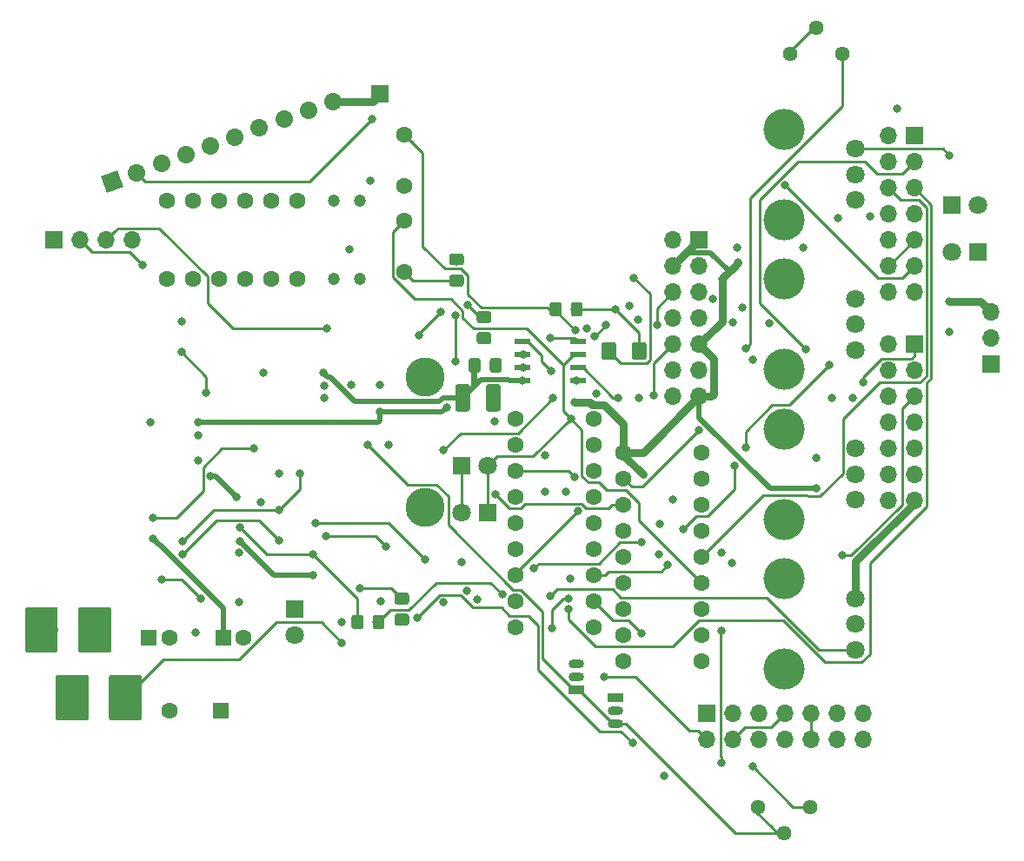
<source format=gbr>
G04 #@! TF.GenerationSoftware,KiCad,Pcbnew,(5.0.0)*
G04 #@! TF.CreationDate,2018-10-02T15:30:55-05:00*
G04 #@! TF.ProjectId,FinalDistCircuit,46696E616C4469737443697263756974,rev?*
G04 #@! TF.SameCoordinates,Original*
G04 #@! TF.FileFunction,Copper,L1,Top,Signal*
G04 #@! TF.FilePolarity,Positive*
%FSLAX46Y46*%
G04 Gerber Fmt 4.6, Leading zero omitted, Abs format (unit mm)*
G04 Created by KiCad (PCBNEW (5.0.0)) date 10/02/18 15:30:55*
%MOMM*%
%LPD*%
G01*
G04 APERTURE LIST*
G04 #@! TA.AperFunction,WasherPad*
%ADD10C,4.000000*%
G04 #@! TD*
G04 #@! TA.AperFunction,ComponentPad*
%ADD11C,1.800000*%
G04 #@! TD*
G04 #@! TA.AperFunction,ComponentPad*
%ADD12R,1.600000X1.600000*%
G04 #@! TD*
G04 #@! TA.AperFunction,ComponentPad*
%ADD13C,1.600000*%
G04 #@! TD*
G04 #@! TA.AperFunction,ComponentPad*
%ADD14C,3.810000*%
G04 #@! TD*
G04 #@! TA.AperFunction,ComponentPad*
%ADD15O,1.700000X1.700000*%
G04 #@! TD*
G04 #@! TA.AperFunction,ComponentPad*
%ADD16R,1.700000X1.700000*%
G04 #@! TD*
G04 #@! TA.AperFunction,ComponentPad*
%ADD17C,1.700000*%
G04 #@! TD*
G04 #@! TA.AperFunction,Conductor*
%ADD18C,1.700000*%
G04 #@! TD*
G04 #@! TA.AperFunction,Conductor*
%ADD19C,0.100000*%
G04 #@! TD*
G04 #@! TA.AperFunction,ComponentPad*
%ADD20C,1.440000*%
G04 #@! TD*
G04 #@! TA.AperFunction,SMDPad,CuDef*
%ADD21C,1.425000*%
G04 #@! TD*
G04 #@! TA.AperFunction,SMDPad,CuDef*
%ADD22C,1.150000*%
G04 #@! TD*
G04 #@! TA.AperFunction,SMDPad,CuDef*
%ADD23C,3.200000*%
G04 #@! TD*
G04 #@! TA.AperFunction,ComponentPad*
%ADD24R,1.800000X1.800000*%
G04 #@! TD*
G04 #@! TA.AperFunction,ComponentPad*
%ADD25O,1.500000X0.900000*%
G04 #@! TD*
G04 #@! TA.AperFunction,ComponentPad*
%ADD26R,1.500000X0.900000*%
G04 #@! TD*
G04 #@! TA.AperFunction,ComponentPad*
%ADD27C,1.200000*%
G04 #@! TD*
G04 #@! TA.AperFunction,SMDPad,CuDef*
%ADD28R,1.550000X0.600000*%
G04 #@! TD*
G04 #@! TA.AperFunction,ViaPad*
%ADD29C,0.800000*%
G04 #@! TD*
G04 #@! TA.AperFunction,Conductor*
%ADD30C,0.250000*%
G04 #@! TD*
G04 #@! TA.AperFunction,Conductor*
%ADD31C,0.500000*%
G04 #@! TD*
G04 #@! TA.AperFunction,Conductor*
%ADD32C,0.750000*%
G04 #@! TD*
G04 APERTURE END LIST*
D10*
G04 #@! TO.P,BASS,*
G04 #@! TO.N,*
X118730000Y-161930000D03*
X118730000Y-170730000D03*
D11*
G04 #@! TO.P,BASS,1*
G04 #@! TO.N,BRGRN2*
X125730000Y-163830000D03*
G04 #@! TO.P,BASS,2*
X125730000Y-166330000D03*
G04 #@! TO.P,BASS,3*
G04 #@! TO.N,Net-(BASS1-Pad3)*
X125730000Y-168830000D03*
G04 #@! TD*
D12*
G04 #@! TO.P,C10,1*
G04 #@! TO.N,Net-(C10-Pad1)*
X63881000Y-174752000D03*
D13*
G04 #@! TO.P,C10,2*
G04 #@! TO.N,BRGRN2*
X58881000Y-174752000D03*
G04 #@! TD*
D14*
G04 #@! TO.P,9V1,1*
G04 #@! TO.N,Net-(9V1-Pad1)*
X83819999Y-154940000D03*
G04 #@! TO.P,9V1,2*
G04 #@! TO.N,PWRGND*
X83820000Y-142239999D03*
G04 #@! TD*
D15*
G04 #@! TO.P,Jack1,3*
G04 #@! TO.N,BRGRN2*
X138938000Y-135890000D03*
G04 #@! TO.P,Jack1,2*
G04 #@! TO.N,FinalOut*
X138938000Y-138430000D03*
D16*
G04 #@! TO.P,Jack1,1*
G04 #@! TO.N,PWRGND*
X138938000Y-140970000D03*
G04 #@! TD*
D17*
G04 #@! TO.P,PickupInputs1,10*
G04 #@! TO.N,BRGRN2*
X74821373Y-115371420D03*
D18*
G04 #@! TD*
G04 #@! TO.N,BRGRN2*
G04 #@! TO.C,PickupInputs1*
X74821373Y-115371420D02*
X74821373Y-115371420D01*
D17*
G04 #@! TO.P,PickupInputs1,9*
G04 #@! TO.N,NGRN*
X72434554Y-116240151D03*
D18*
G04 #@! TD*
G04 #@! TO.N,NGRN*
G04 #@! TO.C,PickupInputs1*
X72434554Y-116240151D02*
X72434554Y-116240151D01*
D17*
G04 #@! TO.P,PickupInputs1,8*
G04 #@! TO.N,NBLACK*
X70047735Y-117108882D03*
D18*
G04 #@! TD*
G04 #@! TO.N,NBLACK*
G04 #@! TO.C,PickupInputs1*
X70047735Y-117108882D02*
X70047735Y-117108882D01*
D17*
G04 #@! TO.P,PickupInputs1,7*
G04 #@! TO.N,NBLACK*
X67660916Y-117977613D03*
D18*
G04 #@! TD*
G04 #@! TO.N,NBLACK*
G04 #@! TO.C,PickupInputs1*
X67660916Y-117977613D02*
X67660916Y-117977613D01*
D17*
G04 #@! TO.P,PickupInputs1,6*
G04 #@! TO.N,NGRN*
X65274096Y-118846344D03*
D18*
G04 #@! TD*
G04 #@! TO.N,NGRN*
G04 #@! TO.C,PickupInputs1*
X65274096Y-118846344D02*
X65274096Y-118846344D01*
D17*
G04 #@! TO.P,PickupInputs1,5*
G04 #@! TO.N,BRGRN2*
X62887277Y-119715075D03*
D18*
G04 #@! TD*
G04 #@! TO.N,BRGRN2*
G04 #@! TO.C,PickupInputs1*
X62887277Y-119715075D02*
X62887277Y-119715075D01*
D17*
G04 #@! TO.P,PickupInputs1,4*
G04 #@! TO.N,BRGRN*
X60500458Y-120583807D03*
D18*
G04 #@! TD*
G04 #@! TO.N,BRGRN*
G04 #@! TO.C,PickupInputs1*
X60500458Y-120583807D02*
X60500458Y-120583807D01*
D17*
G04 #@! TO.P,PickupInputs1,3*
G04 #@! TO.N,BRWHT*
X58113639Y-121452538D03*
D18*
G04 #@! TD*
G04 #@! TO.N,BRWHT*
G04 #@! TO.C,PickupInputs1*
X58113639Y-121452538D02*
X58113639Y-121452538D01*
D17*
G04 #@! TO.P,PickupInputs1,2*
G04 #@! TO.N,BRBLACK*
X55726819Y-122321269D03*
D18*
G04 #@! TD*
G04 #@! TO.N,BRBLACK*
G04 #@! TO.C,PickupInputs1*
X55726819Y-122321269D02*
X55726819Y-122321269D01*
D17*
G04 #@! TO.P,PickupInputs1,1*
G04 #@! TO.N,BRRED*
X53340000Y-123190000D03*
D19*
G04 #@! TD*
G04 #@! TO.N,BRRED*
G04 #@! TO.C,PickupInputs1*
G36*
X54429456Y-123698022D02*
X52831978Y-124279456D01*
X52250544Y-122681978D01*
X53848022Y-122100544D01*
X54429456Y-123698022D01*
X54429456Y-123698022D01*
G37*
D16*
G04 #@! TO.P,BridgeTonePot1,1*
G04 #@! TO.N,GAINPOTOUT*
X131445000Y-118745000D03*
D15*
G04 #@! TO.P,BridgeTonePot1,2*
X128905000Y-118745000D03*
G04 #@! TO.P,BridgeTonePot1,3*
G04 #@! TO.N,BRTONEGANG2IN*
X131445000Y-121285000D03*
G04 #@! TO.P,BridgeTonePot1,4*
G04 #@! TO.N,BRTONEGANG1OUT*
X128905000Y-121285000D03*
G04 #@! TO.P,BridgeTonePot1,5*
G04 #@! TO.N,BTONEIN*
X131445000Y-123825000D03*
G04 #@! TO.P,BridgeTonePot1,6*
G04 #@! TO.N,BRTONEGANG1IN*
X128905000Y-123825000D03*
G04 #@! TO.P,BridgeTonePot1,7*
G04 #@! TO.N,BRGRN2*
X131445000Y-126365000D03*
G04 #@! TO.P,BridgeTonePot1,8*
G04 #@! TO.N,BRBLACK*
X128905000Y-126365000D03*
G04 #@! TO.P,BridgeTonePot1,9*
G04 #@! TO.N,Net-(BridgeTonePot1-Pad12)*
X131445000Y-128905000D03*
G04 #@! TO.P,BridgeTonePot1,10*
G04 #@! TO.N,Net-(BridgeTonePot1-Pad10)*
X128905000Y-128905000D03*
G04 #@! TO.P,BridgeTonePot1,11*
G04 #@! TO.N,BRWHT*
X131445000Y-131445000D03*
G04 #@! TO.P,BridgeTonePot1,12*
G04 #@! TO.N,Net-(BridgeTonePot1-Pad12)*
X128905000Y-131445000D03*
G04 #@! TO.P,BridgeTonePot1,13*
G04 #@! TO.N,BRGRN2*
X131445000Y-133985000D03*
G04 #@! TO.P,BridgeTonePot1,14*
G04 #@! TO.N,Net-(BridgeTonePot1-Pad14)*
X128905000Y-133985000D03*
G04 #@! TD*
G04 #@! TO.P,NeckTonePot1,14*
G04 #@! TO.N,Net-(NeckTonePot1-Pad14)*
X128905000Y-154305000D03*
G04 #@! TO.P,NeckTonePot1,13*
G04 #@! TO.N,BRGRN2*
X131445000Y-154305000D03*
G04 #@! TO.P,NeckTonePot1,12*
G04 #@! TO.N,Net-(NeckTonePot1-Pad12)*
X128905000Y-151765000D03*
G04 #@! TO.P,NeckTonePot1,11*
G04 #@! TO.N,NBLACK*
X131445000Y-151765000D03*
G04 #@! TO.P,NeckTonePot1,10*
G04 #@! TO.N,Net-(BridgeVolPot1-Pad8)*
X128905000Y-149225000D03*
G04 #@! TO.P,NeckTonePot1,9*
G04 #@! TO.N,Net-(BridgeTonePot1-Pad10)*
X131445000Y-149225000D03*
G04 #@! TO.P,NeckTonePot1,8*
G04 #@! TO.N,BRRED2*
X128905000Y-146685000D03*
G04 #@! TO.P,NeckTonePot1,7*
G04 #@! TO.N,Net-(NeckTonePot1-Pad7)*
X131445000Y-146685000D03*
G04 #@! TO.P,NeckTonePot1,6*
G04 #@! TO.N,Net-(NeckTonePot1-Pad6)*
X128905000Y-144145000D03*
G04 #@! TO.P,NeckTonePot1,5*
G04 #@! TO.N,NTONEIN*
X131445000Y-144145000D03*
G04 #@! TO.P,NeckTonePot1,4*
G04 #@! TO.N,Net-(C27-Pad1)*
X128905000Y-141605000D03*
G04 #@! TO.P,NeckTonePot1,3*
G04 #@! TO.N,PRESOUT*
X131445000Y-141605000D03*
G04 #@! TO.P,NeckTonePot1,2*
X128905000Y-139065000D03*
D16*
G04 #@! TO.P,NeckTonePot1,1*
G04 #@! TO.N,PRESIN*
X131445000Y-139065000D03*
G04 #@! TD*
D13*
G04 #@! TO.P,6pdt2,18*
G04 #@! TO.N,Net-(6pdt2-Pad18)*
X110744000Y-169926000D03*
G04 #@! TO.P,6pdt2,17*
G04 #@! TO.N,Net-(6pdt2-Pad17)*
X103124000Y-169926000D03*
G04 #@! TO.P,6pdt2,16*
G04 #@! TO.N,Net-(6pdt2-Pad16)*
X110744000Y-167386000D03*
G04 #@! TO.P,6pdt2,15*
G04 #@! TO.N,Net-(6pdt2-Pad15)*
X103124000Y-167386000D03*
G04 #@! TO.P,6pdt2,14*
G04 #@! TO.N,Net-(6pdt2-Pad14)*
X110744000Y-164846000D03*
G04 #@! TO.P,6pdt2,13*
G04 #@! TO.N,Net-(6pdt2-Pad13)*
X103124000Y-164846000D03*
G04 #@! TO.P,6pdt2,12*
G04 #@! TO.N,GAINSTAGEPOTIN*
X110744000Y-162306000D03*
G04 #@! TO.P,6pdt2,11*
G04 #@! TO.N,BRTONEGANG2IN*
X103124000Y-162306000D03*
G04 #@! TO.P,6pdt2,10*
G04 #@! TO.N,BRTONEGANG1IN*
X110744000Y-159766000D03*
G04 #@! TO.P,6pdt2,9*
G04 #@! TO.N,BRTONEGANG1OUT*
X103124000Y-159766000D03*
G04 #@! TO.P,6pdt2,8*
G04 #@! TO.N,Net-(6pdt2-Pad8)*
X110744000Y-157226000D03*
G04 #@! TO.P,6pdt2,7*
G04 #@! TO.N,BRTONECAPIN*
X103124000Y-157226000D03*
G04 #@! TO.P,6pdt2,6*
G04 #@! TO.N,ODout*
X110744000Y-154686000D03*
G04 #@! TO.P,6pdt2,5*
G04 #@! TO.N,OUT*
X103124000Y-154686000D03*
G04 #@! TO.P,6pdt2,4*
G04 #@! TO.N,FinalOut*
X110744000Y-152146000D03*
G04 #@! TO.P,6pdt2,3*
G04 #@! TO.N,ODin*
X103124000Y-152146000D03*
G04 #@! TO.P,6pdt2,2*
G04 #@! TO.N,OUT*
X110744000Y-149606000D03*
G04 #@! TO.P,6pdt2,1*
G04 #@! TO.N,BRGRN2*
X103124000Y-149606000D03*
G04 #@! TD*
D20*
G04 #@! TO.P,TRANGAIN1,3*
G04 #@! TO.N,Net-(R13-Pad1)*
X121285000Y-184150000D03*
G04 #@! TO.P,TRANGAIN1,2*
G04 #@! TO.N,Net-(C8-Pad1)*
X118745000Y-186690000D03*
G04 #@! TO.P,TRANGAIN1,1*
X116205000Y-184150000D03*
G04 #@! TD*
D15*
G04 #@! TO.P,3WaySwitch1,4*
G04 #@! TO.N,BROUT*
X55245000Y-128905000D03*
G04 #@! TO.P,3WaySwitch1,3*
G04 #@! TO.N,OUT*
X52705000Y-128905000D03*
G04 #@! TO.P,3WaySwitch1,2*
G04 #@! TO.N,NOUT*
X50165000Y-128905000D03*
D16*
G04 #@! TO.P,3WaySwitch1,1*
G04 #@! TO.N,BRGRN2*
X47625000Y-128905000D03*
G04 #@! TD*
D13*
G04 #@! TO.P,4pdt1,1*
G04 #@! TO.N,BRRED*
X58674000Y-132715000D03*
G04 #@! TO.P,4pdt1,2*
G04 #@! TO.N,BRRED2*
X61214000Y-132715000D03*
G04 #@! TO.P,4pdt1,3*
G04 #@! TO.N,BRGRN*
X63754000Y-132715000D03*
G04 #@! TO.P,4pdt1,4*
G04 #@! TO.N,NGRN*
X66294000Y-132715000D03*
G04 #@! TO.P,4pdt1,5*
G04 #@! TO.N,NRED2*
X68834000Y-132715000D03*
G04 #@! TO.P,4pdt1,6*
G04 #@! TO.N,Net-(4pdt1-Pad6)*
X71374000Y-132715000D03*
G04 #@! TO.P,4pdt1,7*
X71374000Y-125095000D03*
G04 #@! TO.P,4pdt1,8*
G04 #@! TO.N,NGRN2*
X68834000Y-125095000D03*
G04 #@! TO.P,4pdt1,9*
G04 #@! TO.N,NGRN*
X66294000Y-125095000D03*
G04 #@! TO.P,4pdt1,10*
G04 #@! TO.N,BRRED*
X63754000Y-125095000D03*
G04 #@! TO.P,4pdt1,11*
G04 #@! TO.N,BRGRN2*
X61214000Y-125095000D03*
G04 #@! TO.P,4pdt1,12*
G04 #@! TO.N,BRGRN*
X58674000Y-125095000D03*
G04 #@! TD*
G04 #@! TO.P,6pdt1,1*
G04 #@! TO.N,BVOUTTRAD*
X92583000Y-146304000D03*
G04 #@! TO.P,6pdt1,2*
G04 #@! TO.N,BVINTRAD*
X100203000Y-146304000D03*
G04 #@! TO.P,6pdt1,3*
G04 #@! TO.N,BVOUT*
X92583000Y-148844000D03*
G04 #@! TO.P,6pdt1,4*
G04 #@! TO.N,BRRED2*
X100203000Y-148844000D03*
G04 #@! TO.P,6pdt1,5*
G04 #@! TO.N,Net-(6pdt1-Pad5)*
X92583000Y-151384000D03*
G04 #@! TO.P,6pdt1,6*
X100203000Y-151384000D03*
G04 #@! TO.P,6pdt1,7*
G04 #@! TO.N,NVOUTTRAD*
X92583000Y-153924000D03*
G04 #@! TO.P,6pdt1,8*
G04 #@! TO.N,NVINTRAD*
X100203000Y-153924000D03*
G04 #@! TO.P,6pdt1,9*
G04 #@! TO.N,NOUT*
X92583000Y-156464000D03*
G04 #@! TO.P,6pdt1,10*
G04 #@! TO.N,NTONE*
X100203000Y-156464000D03*
G04 #@! TO.P,6pdt1,11*
G04 #@! TO.N,Net-(6pdt1-Pad11)*
X92583000Y-159004000D03*
G04 #@! TO.P,6pdt1,12*
X100203000Y-159004000D03*
G04 #@! TO.P,6pdt1,13*
G04 #@! TO.N,BRRED2*
X92583000Y-161544000D03*
G04 #@! TO.P,6pdt1,14*
G04 #@! TO.N,NTONEIN*
X100203000Y-161544000D03*
G04 #@! TO.P,6pdt1,15*
G04 #@! TO.N,BTONEIN*
X92583000Y-164084000D03*
G04 #@! TO.P,6pdt1,16*
G04 #@! TO.N,NTONE*
X100203000Y-164084000D03*
G04 #@! TO.P,6pdt1,17*
G04 #@! TO.N,BRTONEGANG1OUT*
X92583000Y-166624000D03*
G04 #@! TO.P,6pdt1,18*
G04 #@! TO.N,Net-(6pdt1-Pad18)*
X100203000Y-166624000D03*
G04 #@! TD*
D15*
G04 #@! TO.P,BridgeVolPot1,14*
G04 #@! TO.N,Net-(BridgeVolPot1-Pad14)*
X107950000Y-144145000D03*
G04 #@! TO.P,BridgeVolPot1,13*
G04 #@! TO.N,BRGRN2*
X110490000Y-144145000D03*
G04 #@! TO.P,BridgeVolPot1,12*
G04 #@! TO.N,BVOUT*
X107950000Y-141605000D03*
G04 #@! TO.P,BridgeVolPot1,11*
G04 #@! TO.N,BROUT*
X110490000Y-141605000D03*
G04 #@! TO.P,BridgeVolPot1,10*
G04 #@! TO.N,NOUT*
X107950000Y-139065000D03*
G04 #@! TO.P,BridgeVolPot1,9*
G04 #@! TO.N,BRGRN2*
X110490000Y-139065000D03*
G04 #@! TO.P,BridgeVolPot1,8*
G04 #@! TO.N,Net-(BridgeVolPot1-Pad8)*
X107950000Y-136525000D03*
G04 #@! TO.P,BridgeVolPot1,7*
G04 #@! TO.N,BVOUT*
X110490000Y-136525000D03*
G04 #@! TO.P,BridgeVolPot1,6*
G04 #@! TO.N,BVINTRAD*
X107950000Y-133985000D03*
G04 #@! TO.P,BridgeVolPot1,5*
G04 #@! TO.N,BVOUTTRAD*
X110490000Y-133985000D03*
G04 #@! TO.P,BridgeVolPot1,4*
G04 #@! TO.N,BRGRN2*
X107950000Y-131445000D03*
G04 #@! TO.P,BridgeVolPot1,3*
G04 #@! TO.N,ODin*
X110490000Y-131445000D03*
G04 #@! TO.P,BridgeVolPot1,2*
G04 #@! TO.N,MASTEROUT*
X107950000Y-128905000D03*
D16*
G04 #@! TO.P,BridgeVolPot1,1*
G04 #@! TO.N,BRGRN2*
X110490000Y-128905000D03*
G04 #@! TD*
D19*
G04 #@! TO.N,MASTEROUT*
G04 #@! TO.C,C1*
G36*
X102160004Y-138826204D02*
X102184273Y-138829804D01*
X102208071Y-138835765D01*
X102231171Y-138844030D01*
X102253349Y-138854520D01*
X102274393Y-138867133D01*
X102294098Y-138881747D01*
X102312277Y-138898223D01*
X102328753Y-138916402D01*
X102343367Y-138936107D01*
X102355980Y-138957151D01*
X102366470Y-138979329D01*
X102374735Y-139002429D01*
X102380696Y-139026227D01*
X102384296Y-139050496D01*
X102385500Y-139075000D01*
X102385500Y-140325000D01*
X102384296Y-140349504D01*
X102380696Y-140373773D01*
X102374735Y-140397571D01*
X102366470Y-140420671D01*
X102355980Y-140442849D01*
X102343367Y-140463893D01*
X102328753Y-140483598D01*
X102312277Y-140501777D01*
X102294098Y-140518253D01*
X102274393Y-140532867D01*
X102253349Y-140545480D01*
X102231171Y-140555970D01*
X102208071Y-140564235D01*
X102184273Y-140570196D01*
X102160004Y-140573796D01*
X102135500Y-140575000D01*
X101210500Y-140575000D01*
X101185996Y-140573796D01*
X101161727Y-140570196D01*
X101137929Y-140564235D01*
X101114829Y-140555970D01*
X101092651Y-140545480D01*
X101071607Y-140532867D01*
X101051902Y-140518253D01*
X101033723Y-140501777D01*
X101017247Y-140483598D01*
X101002633Y-140463893D01*
X100990020Y-140442849D01*
X100979530Y-140420671D01*
X100971265Y-140397571D01*
X100965304Y-140373773D01*
X100961704Y-140349504D01*
X100960500Y-140325000D01*
X100960500Y-139075000D01*
X100961704Y-139050496D01*
X100965304Y-139026227D01*
X100971265Y-139002429D01*
X100979530Y-138979329D01*
X100990020Y-138957151D01*
X101002633Y-138936107D01*
X101017247Y-138916402D01*
X101033723Y-138898223D01*
X101051902Y-138881747D01*
X101071607Y-138867133D01*
X101092651Y-138854520D01*
X101114829Y-138844030D01*
X101137929Y-138835765D01*
X101161727Y-138829804D01*
X101185996Y-138826204D01*
X101210500Y-138825000D01*
X102135500Y-138825000D01*
X102160004Y-138826204D01*
X102160004Y-138826204D01*
G37*
D21*
G04 #@! TD*
G04 #@! TO.P,C1,2*
G04 #@! TO.N,MASTEROUT*
X101673000Y-139700000D03*
D19*
G04 #@! TO.N,Net-(C1-Pad1)*
G04 #@! TO.C,C1*
G36*
X105135004Y-138826204D02*
X105159273Y-138829804D01*
X105183071Y-138835765D01*
X105206171Y-138844030D01*
X105228349Y-138854520D01*
X105249393Y-138867133D01*
X105269098Y-138881747D01*
X105287277Y-138898223D01*
X105303753Y-138916402D01*
X105318367Y-138936107D01*
X105330980Y-138957151D01*
X105341470Y-138979329D01*
X105349735Y-139002429D01*
X105355696Y-139026227D01*
X105359296Y-139050496D01*
X105360500Y-139075000D01*
X105360500Y-140325000D01*
X105359296Y-140349504D01*
X105355696Y-140373773D01*
X105349735Y-140397571D01*
X105341470Y-140420671D01*
X105330980Y-140442849D01*
X105318367Y-140463893D01*
X105303753Y-140483598D01*
X105287277Y-140501777D01*
X105269098Y-140518253D01*
X105249393Y-140532867D01*
X105228349Y-140545480D01*
X105206171Y-140555970D01*
X105183071Y-140564235D01*
X105159273Y-140570196D01*
X105135004Y-140573796D01*
X105110500Y-140575000D01*
X104185500Y-140575000D01*
X104160996Y-140573796D01*
X104136727Y-140570196D01*
X104112929Y-140564235D01*
X104089829Y-140555970D01*
X104067651Y-140545480D01*
X104046607Y-140532867D01*
X104026902Y-140518253D01*
X104008723Y-140501777D01*
X103992247Y-140483598D01*
X103977633Y-140463893D01*
X103965020Y-140442849D01*
X103954530Y-140420671D01*
X103946265Y-140397571D01*
X103940304Y-140373773D01*
X103936704Y-140349504D01*
X103935500Y-140325000D01*
X103935500Y-139075000D01*
X103936704Y-139050496D01*
X103940304Y-139026227D01*
X103946265Y-139002429D01*
X103954530Y-138979329D01*
X103965020Y-138957151D01*
X103977633Y-138936107D01*
X103992247Y-138916402D01*
X104008723Y-138898223D01*
X104026902Y-138881747D01*
X104046607Y-138867133D01*
X104067651Y-138854520D01*
X104089829Y-138844030D01*
X104112929Y-138835765D01*
X104136727Y-138829804D01*
X104160996Y-138826204D01*
X104185500Y-138825000D01*
X105110500Y-138825000D01*
X105135004Y-138826204D01*
X105135004Y-138826204D01*
G37*
D21*
G04 #@! TD*
G04 #@! TO.P,C1,1*
G04 #@! TO.N,Net-(C1-Pad1)*
X104648000Y-139700000D03*
D13*
G04 #@! TO.P,C2,1*
G04 #@! TO.N,Net-(C2-Pad1)*
X81788000Y-118618000D03*
G04 #@! TO.P,C2,2*
G04 #@! TO.N,BRGRN2*
X81788000Y-123618000D03*
G04 #@! TD*
D19*
G04 #@! TO.N,BRGRN2*
G04 #@! TO.C,C4*
G36*
X88977505Y-140398204D02*
X89001773Y-140401804D01*
X89025572Y-140407765D01*
X89048671Y-140416030D01*
X89070850Y-140426520D01*
X89091893Y-140439132D01*
X89111599Y-140453747D01*
X89129777Y-140470223D01*
X89146253Y-140488401D01*
X89160868Y-140508107D01*
X89173480Y-140529150D01*
X89183970Y-140551329D01*
X89192235Y-140574428D01*
X89198196Y-140598227D01*
X89201796Y-140622495D01*
X89203000Y-140646999D01*
X89203000Y-141547001D01*
X89201796Y-141571505D01*
X89198196Y-141595773D01*
X89192235Y-141619572D01*
X89183970Y-141642671D01*
X89173480Y-141664850D01*
X89160868Y-141685893D01*
X89146253Y-141705599D01*
X89129777Y-141723777D01*
X89111599Y-141740253D01*
X89091893Y-141754868D01*
X89070850Y-141767480D01*
X89048671Y-141777970D01*
X89025572Y-141786235D01*
X89001773Y-141792196D01*
X88977505Y-141795796D01*
X88953001Y-141797000D01*
X88302999Y-141797000D01*
X88278495Y-141795796D01*
X88254227Y-141792196D01*
X88230428Y-141786235D01*
X88207329Y-141777970D01*
X88185150Y-141767480D01*
X88164107Y-141754868D01*
X88144401Y-141740253D01*
X88126223Y-141723777D01*
X88109747Y-141705599D01*
X88095132Y-141685893D01*
X88082520Y-141664850D01*
X88072030Y-141642671D01*
X88063765Y-141619572D01*
X88057804Y-141595773D01*
X88054204Y-141571505D01*
X88053000Y-141547001D01*
X88053000Y-140646999D01*
X88054204Y-140622495D01*
X88057804Y-140598227D01*
X88063765Y-140574428D01*
X88072030Y-140551329D01*
X88082520Y-140529150D01*
X88095132Y-140508107D01*
X88109747Y-140488401D01*
X88126223Y-140470223D01*
X88144401Y-140453747D01*
X88164107Y-140439132D01*
X88185150Y-140426520D01*
X88207329Y-140416030D01*
X88230428Y-140407765D01*
X88254227Y-140401804D01*
X88278495Y-140398204D01*
X88302999Y-140397000D01*
X88953001Y-140397000D01*
X88977505Y-140398204D01*
X88977505Y-140398204D01*
G37*
D22*
G04 #@! TD*
G04 #@! TO.P,C4,2*
G04 #@! TO.N,BRGRN2*
X88628000Y-141097000D03*
D19*
G04 #@! TO.N,Net-(C4-Pad1)*
G04 #@! TO.C,C4*
G36*
X91027505Y-140398204D02*
X91051773Y-140401804D01*
X91075572Y-140407765D01*
X91098671Y-140416030D01*
X91120850Y-140426520D01*
X91141893Y-140439132D01*
X91161599Y-140453747D01*
X91179777Y-140470223D01*
X91196253Y-140488401D01*
X91210868Y-140508107D01*
X91223480Y-140529150D01*
X91233970Y-140551329D01*
X91242235Y-140574428D01*
X91248196Y-140598227D01*
X91251796Y-140622495D01*
X91253000Y-140646999D01*
X91253000Y-141547001D01*
X91251796Y-141571505D01*
X91248196Y-141595773D01*
X91242235Y-141619572D01*
X91233970Y-141642671D01*
X91223480Y-141664850D01*
X91210868Y-141685893D01*
X91196253Y-141705599D01*
X91179777Y-141723777D01*
X91161599Y-141740253D01*
X91141893Y-141754868D01*
X91120850Y-141767480D01*
X91098671Y-141777970D01*
X91075572Y-141786235D01*
X91051773Y-141792196D01*
X91027505Y-141795796D01*
X91003001Y-141797000D01*
X90352999Y-141797000D01*
X90328495Y-141795796D01*
X90304227Y-141792196D01*
X90280428Y-141786235D01*
X90257329Y-141777970D01*
X90235150Y-141767480D01*
X90214107Y-141754868D01*
X90194401Y-141740253D01*
X90176223Y-141723777D01*
X90159747Y-141705599D01*
X90145132Y-141685893D01*
X90132520Y-141664850D01*
X90122030Y-141642671D01*
X90113765Y-141619572D01*
X90107804Y-141595773D01*
X90104204Y-141571505D01*
X90103000Y-141547001D01*
X90103000Y-140646999D01*
X90104204Y-140622495D01*
X90107804Y-140598227D01*
X90113765Y-140574428D01*
X90122030Y-140551329D01*
X90132520Y-140529150D01*
X90145132Y-140508107D01*
X90159747Y-140488401D01*
X90176223Y-140470223D01*
X90194401Y-140453747D01*
X90214107Y-140439132D01*
X90235150Y-140426520D01*
X90257329Y-140416030D01*
X90280428Y-140407765D01*
X90304227Y-140401804D01*
X90328495Y-140398204D01*
X90352999Y-140397000D01*
X91003001Y-140397000D01*
X91027505Y-140398204D01*
X91027505Y-140398204D01*
G37*
D22*
G04 #@! TD*
G04 #@! TO.P,C4,1*
G04 #@! TO.N,Net-(C4-Pad1)*
X90678000Y-141097000D03*
D19*
G04 #@! TO.N,Net-(C5-Pad1)*
G04 #@! TO.C,C5*
G36*
X90911004Y-142948204D02*
X90935273Y-142951804D01*
X90959071Y-142957765D01*
X90982171Y-142966030D01*
X91004349Y-142976520D01*
X91025393Y-142989133D01*
X91045098Y-143003747D01*
X91063277Y-143020223D01*
X91079753Y-143038402D01*
X91094367Y-143058107D01*
X91106980Y-143079151D01*
X91117470Y-143101329D01*
X91125735Y-143124429D01*
X91131696Y-143148227D01*
X91135296Y-143172496D01*
X91136500Y-143197000D01*
X91136500Y-145347000D01*
X91135296Y-145371504D01*
X91131696Y-145395773D01*
X91125735Y-145419571D01*
X91117470Y-145442671D01*
X91106980Y-145464849D01*
X91094367Y-145485893D01*
X91079753Y-145505598D01*
X91063277Y-145523777D01*
X91045098Y-145540253D01*
X91025393Y-145554867D01*
X91004349Y-145567480D01*
X90982171Y-145577970D01*
X90959071Y-145586235D01*
X90935273Y-145592196D01*
X90911004Y-145595796D01*
X90886500Y-145597000D01*
X89961500Y-145597000D01*
X89936996Y-145595796D01*
X89912727Y-145592196D01*
X89888929Y-145586235D01*
X89865829Y-145577970D01*
X89843651Y-145567480D01*
X89822607Y-145554867D01*
X89802902Y-145540253D01*
X89784723Y-145523777D01*
X89768247Y-145505598D01*
X89753633Y-145485893D01*
X89741020Y-145464849D01*
X89730530Y-145442671D01*
X89722265Y-145419571D01*
X89716304Y-145395773D01*
X89712704Y-145371504D01*
X89711500Y-145347000D01*
X89711500Y-143197000D01*
X89712704Y-143172496D01*
X89716304Y-143148227D01*
X89722265Y-143124429D01*
X89730530Y-143101329D01*
X89741020Y-143079151D01*
X89753633Y-143058107D01*
X89768247Y-143038402D01*
X89784723Y-143020223D01*
X89802902Y-143003747D01*
X89822607Y-142989133D01*
X89843651Y-142976520D01*
X89865829Y-142966030D01*
X89888929Y-142957765D01*
X89912727Y-142951804D01*
X89936996Y-142948204D01*
X89961500Y-142947000D01*
X90886500Y-142947000D01*
X90911004Y-142948204D01*
X90911004Y-142948204D01*
G37*
D21*
G04 #@! TD*
G04 #@! TO.P,C5,1*
G04 #@! TO.N,Net-(C5-Pad1)*
X90424000Y-144272000D03*
D19*
G04 #@! TO.N,BRGRN2*
G04 #@! TO.C,C5*
G36*
X87936004Y-142948204D02*
X87960273Y-142951804D01*
X87984071Y-142957765D01*
X88007171Y-142966030D01*
X88029349Y-142976520D01*
X88050393Y-142989133D01*
X88070098Y-143003747D01*
X88088277Y-143020223D01*
X88104753Y-143038402D01*
X88119367Y-143058107D01*
X88131980Y-143079151D01*
X88142470Y-143101329D01*
X88150735Y-143124429D01*
X88156696Y-143148227D01*
X88160296Y-143172496D01*
X88161500Y-143197000D01*
X88161500Y-145347000D01*
X88160296Y-145371504D01*
X88156696Y-145395773D01*
X88150735Y-145419571D01*
X88142470Y-145442671D01*
X88131980Y-145464849D01*
X88119367Y-145485893D01*
X88104753Y-145505598D01*
X88088277Y-145523777D01*
X88070098Y-145540253D01*
X88050393Y-145554867D01*
X88029349Y-145567480D01*
X88007171Y-145577970D01*
X87984071Y-145586235D01*
X87960273Y-145592196D01*
X87936004Y-145595796D01*
X87911500Y-145597000D01*
X86986500Y-145597000D01*
X86961996Y-145595796D01*
X86937727Y-145592196D01*
X86913929Y-145586235D01*
X86890829Y-145577970D01*
X86868651Y-145567480D01*
X86847607Y-145554867D01*
X86827902Y-145540253D01*
X86809723Y-145523777D01*
X86793247Y-145505598D01*
X86778633Y-145485893D01*
X86766020Y-145464849D01*
X86755530Y-145442671D01*
X86747265Y-145419571D01*
X86741304Y-145395773D01*
X86737704Y-145371504D01*
X86736500Y-145347000D01*
X86736500Y-143197000D01*
X86737704Y-143172496D01*
X86741304Y-143148227D01*
X86747265Y-143124429D01*
X86755530Y-143101329D01*
X86766020Y-143079151D01*
X86778633Y-143058107D01*
X86793247Y-143038402D01*
X86809723Y-143020223D01*
X86827902Y-143003747D01*
X86847607Y-142989133D01*
X86868651Y-142976520D01*
X86890829Y-142966030D01*
X86913929Y-142957765D01*
X86937727Y-142951804D01*
X86961996Y-142948204D01*
X86986500Y-142947000D01*
X87911500Y-142947000D01*
X87936004Y-142948204D01*
X87936004Y-142948204D01*
G37*
D21*
G04 #@! TD*
G04 #@! TO.P,C5,2*
G04 #@! TO.N,BRGRN2*
X87449000Y-144272000D03*
D13*
G04 #@! TO.P,C6,2*
G04 #@! TO.N,Net-(C6-Pad2)*
X81788000Y-132000000D03*
G04 #@! TO.P,C6,1*
G04 #@! TO.N,GAINSTAGEPOTIN*
X81788000Y-127000000D03*
G04 #@! TD*
D12*
G04 #@! TO.P,C14,1*
G04 #@! TO.N,Net-(C14-Pad1)*
X64135000Y-167640000D03*
D13*
G04 #@! TO.P,C14,2*
G04 #@! TO.N,BRGRN2*
X66135000Y-167640000D03*
G04 #@! TD*
D19*
G04 #@! TO.N,Net-(BASS1-Pad3)*
G04 #@! TO.C,C18*
G36*
X47796504Y-164654204D02*
X47820773Y-164657804D01*
X47844571Y-164663765D01*
X47867671Y-164672030D01*
X47889849Y-164682520D01*
X47910893Y-164695133D01*
X47930598Y-164709747D01*
X47948777Y-164726223D01*
X47965253Y-164744402D01*
X47979867Y-164764107D01*
X47992480Y-164785151D01*
X48002970Y-164807329D01*
X48011235Y-164830429D01*
X48017196Y-164854227D01*
X48020796Y-164878496D01*
X48022000Y-164903000D01*
X48022000Y-168853000D01*
X48020796Y-168877504D01*
X48017196Y-168901773D01*
X48011235Y-168925571D01*
X48002970Y-168948671D01*
X47992480Y-168970849D01*
X47979867Y-168991893D01*
X47965253Y-169011598D01*
X47948777Y-169029777D01*
X47930598Y-169046253D01*
X47910893Y-169060867D01*
X47889849Y-169073480D01*
X47867671Y-169083970D01*
X47844571Y-169092235D01*
X47820773Y-169098196D01*
X47796504Y-169101796D01*
X47772000Y-169103000D01*
X45072000Y-169103000D01*
X45047496Y-169101796D01*
X45023227Y-169098196D01*
X44999429Y-169092235D01*
X44976329Y-169083970D01*
X44954151Y-169073480D01*
X44933107Y-169060867D01*
X44913402Y-169046253D01*
X44895223Y-169029777D01*
X44878747Y-169011598D01*
X44864133Y-168991893D01*
X44851520Y-168970849D01*
X44841030Y-168948671D01*
X44832765Y-168925571D01*
X44826804Y-168901773D01*
X44823204Y-168877504D01*
X44822000Y-168853000D01*
X44822000Y-164903000D01*
X44823204Y-164878496D01*
X44826804Y-164854227D01*
X44832765Y-164830429D01*
X44841030Y-164807329D01*
X44851520Y-164785151D01*
X44864133Y-164764107D01*
X44878747Y-164744402D01*
X44895223Y-164726223D01*
X44913402Y-164709747D01*
X44933107Y-164695133D01*
X44954151Y-164682520D01*
X44976329Y-164672030D01*
X44999429Y-164663765D01*
X45023227Y-164657804D01*
X45047496Y-164654204D01*
X45072000Y-164653000D01*
X47772000Y-164653000D01*
X47796504Y-164654204D01*
X47796504Y-164654204D01*
G37*
D23*
G04 #@! TD*
G04 #@! TO.P,C18,2*
G04 #@! TO.N,Net-(BASS1-Pad3)*
X46422000Y-166878000D03*
D19*
G04 #@! TO.N,Net-(C18-Pad1)*
G04 #@! TO.C,C18*
G36*
X52996504Y-164654204D02*
X53020773Y-164657804D01*
X53044571Y-164663765D01*
X53067671Y-164672030D01*
X53089849Y-164682520D01*
X53110893Y-164695133D01*
X53130598Y-164709747D01*
X53148777Y-164726223D01*
X53165253Y-164744402D01*
X53179867Y-164764107D01*
X53192480Y-164785151D01*
X53202970Y-164807329D01*
X53211235Y-164830429D01*
X53217196Y-164854227D01*
X53220796Y-164878496D01*
X53222000Y-164903000D01*
X53222000Y-168853000D01*
X53220796Y-168877504D01*
X53217196Y-168901773D01*
X53211235Y-168925571D01*
X53202970Y-168948671D01*
X53192480Y-168970849D01*
X53179867Y-168991893D01*
X53165253Y-169011598D01*
X53148777Y-169029777D01*
X53130598Y-169046253D01*
X53110893Y-169060867D01*
X53089849Y-169073480D01*
X53067671Y-169083970D01*
X53044571Y-169092235D01*
X53020773Y-169098196D01*
X52996504Y-169101796D01*
X52972000Y-169103000D01*
X50272000Y-169103000D01*
X50247496Y-169101796D01*
X50223227Y-169098196D01*
X50199429Y-169092235D01*
X50176329Y-169083970D01*
X50154151Y-169073480D01*
X50133107Y-169060867D01*
X50113402Y-169046253D01*
X50095223Y-169029777D01*
X50078747Y-169011598D01*
X50064133Y-168991893D01*
X50051520Y-168970849D01*
X50041030Y-168948671D01*
X50032765Y-168925571D01*
X50026804Y-168901773D01*
X50023204Y-168877504D01*
X50022000Y-168853000D01*
X50022000Y-164903000D01*
X50023204Y-164878496D01*
X50026804Y-164854227D01*
X50032765Y-164830429D01*
X50041030Y-164807329D01*
X50051520Y-164785151D01*
X50064133Y-164764107D01*
X50078747Y-164744402D01*
X50095223Y-164726223D01*
X50113402Y-164709747D01*
X50133107Y-164695133D01*
X50154151Y-164682520D01*
X50176329Y-164672030D01*
X50199429Y-164663765D01*
X50223227Y-164657804D01*
X50247496Y-164654204D01*
X50272000Y-164653000D01*
X52972000Y-164653000D01*
X52996504Y-164654204D01*
X52996504Y-164654204D01*
G37*
D23*
G04 #@! TD*
G04 #@! TO.P,C18,1*
G04 #@! TO.N,Net-(C18-Pad1)*
X51622000Y-166878000D03*
D13*
G04 #@! TO.P,C19,2*
G04 #@! TO.N,BRGRN2*
X58896000Y-167640000D03*
D12*
G04 #@! TO.P,C19,1*
G04 #@! TO.N,Net-(C19-Pad1)*
X56896000Y-167640000D03*
G04 #@! TD*
D19*
G04 #@! TO.N,Net-(C22-Pad1)*
G04 #@! TO.C,C22*
G36*
X82008505Y-163256204D02*
X82032773Y-163259804D01*
X82056572Y-163265765D01*
X82079671Y-163274030D01*
X82101850Y-163284520D01*
X82122893Y-163297132D01*
X82142599Y-163311747D01*
X82160777Y-163328223D01*
X82177253Y-163346401D01*
X82191868Y-163366107D01*
X82204480Y-163387150D01*
X82214970Y-163409329D01*
X82223235Y-163432428D01*
X82229196Y-163456227D01*
X82232796Y-163480495D01*
X82234000Y-163504999D01*
X82234000Y-164155001D01*
X82232796Y-164179505D01*
X82229196Y-164203773D01*
X82223235Y-164227572D01*
X82214970Y-164250671D01*
X82204480Y-164272850D01*
X82191868Y-164293893D01*
X82177253Y-164313599D01*
X82160777Y-164331777D01*
X82142599Y-164348253D01*
X82122893Y-164362868D01*
X82101850Y-164375480D01*
X82079671Y-164385970D01*
X82056572Y-164394235D01*
X82032773Y-164400196D01*
X82008505Y-164403796D01*
X81984001Y-164405000D01*
X81083999Y-164405000D01*
X81059495Y-164403796D01*
X81035227Y-164400196D01*
X81011428Y-164394235D01*
X80988329Y-164385970D01*
X80966150Y-164375480D01*
X80945107Y-164362868D01*
X80925401Y-164348253D01*
X80907223Y-164331777D01*
X80890747Y-164313599D01*
X80876132Y-164293893D01*
X80863520Y-164272850D01*
X80853030Y-164250671D01*
X80844765Y-164227572D01*
X80838804Y-164203773D01*
X80835204Y-164179505D01*
X80834000Y-164155001D01*
X80834000Y-163504999D01*
X80835204Y-163480495D01*
X80838804Y-163456227D01*
X80844765Y-163432428D01*
X80853030Y-163409329D01*
X80863520Y-163387150D01*
X80876132Y-163366107D01*
X80890747Y-163346401D01*
X80907223Y-163328223D01*
X80925401Y-163311747D01*
X80945107Y-163297132D01*
X80966150Y-163284520D01*
X80988329Y-163274030D01*
X81011428Y-163265765D01*
X81035227Y-163259804D01*
X81059495Y-163256204D01*
X81083999Y-163255000D01*
X81984001Y-163255000D01*
X82008505Y-163256204D01*
X82008505Y-163256204D01*
G37*
D22*
G04 #@! TD*
G04 #@! TO.P,C22,1*
G04 #@! TO.N,Net-(C22-Pad1)*
X81534000Y-163830000D03*
D19*
G04 #@! TO.N,BRGRN2*
G04 #@! TO.C,C22*
G36*
X82008505Y-165306204D02*
X82032773Y-165309804D01*
X82056572Y-165315765D01*
X82079671Y-165324030D01*
X82101850Y-165334520D01*
X82122893Y-165347132D01*
X82142599Y-165361747D01*
X82160777Y-165378223D01*
X82177253Y-165396401D01*
X82191868Y-165416107D01*
X82204480Y-165437150D01*
X82214970Y-165459329D01*
X82223235Y-165482428D01*
X82229196Y-165506227D01*
X82232796Y-165530495D01*
X82234000Y-165554999D01*
X82234000Y-166205001D01*
X82232796Y-166229505D01*
X82229196Y-166253773D01*
X82223235Y-166277572D01*
X82214970Y-166300671D01*
X82204480Y-166322850D01*
X82191868Y-166343893D01*
X82177253Y-166363599D01*
X82160777Y-166381777D01*
X82142599Y-166398253D01*
X82122893Y-166412868D01*
X82101850Y-166425480D01*
X82079671Y-166435970D01*
X82056572Y-166444235D01*
X82032773Y-166450196D01*
X82008505Y-166453796D01*
X81984001Y-166455000D01*
X81083999Y-166455000D01*
X81059495Y-166453796D01*
X81035227Y-166450196D01*
X81011428Y-166444235D01*
X80988329Y-166435970D01*
X80966150Y-166425480D01*
X80945107Y-166412868D01*
X80925401Y-166398253D01*
X80907223Y-166381777D01*
X80890747Y-166363599D01*
X80876132Y-166343893D01*
X80863520Y-166322850D01*
X80853030Y-166300671D01*
X80844765Y-166277572D01*
X80838804Y-166253773D01*
X80835204Y-166229505D01*
X80834000Y-166205001D01*
X80834000Y-165554999D01*
X80835204Y-165530495D01*
X80838804Y-165506227D01*
X80844765Y-165482428D01*
X80853030Y-165459329D01*
X80863520Y-165437150D01*
X80876132Y-165416107D01*
X80890747Y-165396401D01*
X80907223Y-165378223D01*
X80925401Y-165361747D01*
X80945107Y-165347132D01*
X80966150Y-165334520D01*
X80988329Y-165324030D01*
X81011428Y-165315765D01*
X81035227Y-165309804D01*
X81059495Y-165306204D01*
X81083999Y-165305000D01*
X81984001Y-165305000D01*
X82008505Y-165306204D01*
X82008505Y-165306204D01*
G37*
D22*
G04 #@! TD*
G04 #@! TO.P,C22,2*
G04 #@! TO.N,BRGRN2*
X81534000Y-165880000D03*
D19*
G04 #@! TO.N,Net-(C23-Pad1)*
G04 #@! TO.C,C23*
G36*
X55984504Y-171258204D02*
X56008773Y-171261804D01*
X56032571Y-171267765D01*
X56055671Y-171276030D01*
X56077849Y-171286520D01*
X56098893Y-171299133D01*
X56118598Y-171313747D01*
X56136777Y-171330223D01*
X56153253Y-171348402D01*
X56167867Y-171368107D01*
X56180480Y-171389151D01*
X56190970Y-171411329D01*
X56199235Y-171434429D01*
X56205196Y-171458227D01*
X56208796Y-171482496D01*
X56210000Y-171507000D01*
X56210000Y-175457000D01*
X56208796Y-175481504D01*
X56205196Y-175505773D01*
X56199235Y-175529571D01*
X56190970Y-175552671D01*
X56180480Y-175574849D01*
X56167867Y-175595893D01*
X56153253Y-175615598D01*
X56136777Y-175633777D01*
X56118598Y-175650253D01*
X56098893Y-175664867D01*
X56077849Y-175677480D01*
X56055671Y-175687970D01*
X56032571Y-175696235D01*
X56008773Y-175702196D01*
X55984504Y-175705796D01*
X55960000Y-175707000D01*
X53260000Y-175707000D01*
X53235496Y-175705796D01*
X53211227Y-175702196D01*
X53187429Y-175696235D01*
X53164329Y-175687970D01*
X53142151Y-175677480D01*
X53121107Y-175664867D01*
X53101402Y-175650253D01*
X53083223Y-175633777D01*
X53066747Y-175615598D01*
X53052133Y-175595893D01*
X53039520Y-175574849D01*
X53029030Y-175552671D01*
X53020765Y-175529571D01*
X53014804Y-175505773D01*
X53011204Y-175481504D01*
X53010000Y-175457000D01*
X53010000Y-171507000D01*
X53011204Y-171482496D01*
X53014804Y-171458227D01*
X53020765Y-171434429D01*
X53029030Y-171411329D01*
X53039520Y-171389151D01*
X53052133Y-171368107D01*
X53066747Y-171348402D01*
X53083223Y-171330223D01*
X53101402Y-171313747D01*
X53121107Y-171299133D01*
X53142151Y-171286520D01*
X53164329Y-171276030D01*
X53187429Y-171267765D01*
X53211227Y-171261804D01*
X53235496Y-171258204D01*
X53260000Y-171257000D01*
X55960000Y-171257000D01*
X55984504Y-171258204D01*
X55984504Y-171258204D01*
G37*
D23*
G04 #@! TD*
G04 #@! TO.P,C23,1*
G04 #@! TO.N,Net-(C23-Pad1)*
X54610000Y-173482000D03*
D19*
G04 #@! TO.N,ODMIDIN*
G04 #@! TO.C,C23*
G36*
X50784504Y-171258204D02*
X50808773Y-171261804D01*
X50832571Y-171267765D01*
X50855671Y-171276030D01*
X50877849Y-171286520D01*
X50898893Y-171299133D01*
X50918598Y-171313747D01*
X50936777Y-171330223D01*
X50953253Y-171348402D01*
X50967867Y-171368107D01*
X50980480Y-171389151D01*
X50990970Y-171411329D01*
X50999235Y-171434429D01*
X51005196Y-171458227D01*
X51008796Y-171482496D01*
X51010000Y-171507000D01*
X51010000Y-175457000D01*
X51008796Y-175481504D01*
X51005196Y-175505773D01*
X50999235Y-175529571D01*
X50990970Y-175552671D01*
X50980480Y-175574849D01*
X50967867Y-175595893D01*
X50953253Y-175615598D01*
X50936777Y-175633777D01*
X50918598Y-175650253D01*
X50898893Y-175664867D01*
X50877849Y-175677480D01*
X50855671Y-175687970D01*
X50832571Y-175696235D01*
X50808773Y-175702196D01*
X50784504Y-175705796D01*
X50760000Y-175707000D01*
X48060000Y-175707000D01*
X48035496Y-175705796D01*
X48011227Y-175702196D01*
X47987429Y-175696235D01*
X47964329Y-175687970D01*
X47942151Y-175677480D01*
X47921107Y-175664867D01*
X47901402Y-175650253D01*
X47883223Y-175633777D01*
X47866747Y-175615598D01*
X47852133Y-175595893D01*
X47839520Y-175574849D01*
X47829030Y-175552671D01*
X47820765Y-175529571D01*
X47814804Y-175505773D01*
X47811204Y-175481504D01*
X47810000Y-175457000D01*
X47810000Y-171507000D01*
X47811204Y-171482496D01*
X47814804Y-171458227D01*
X47820765Y-171434429D01*
X47829030Y-171411329D01*
X47839520Y-171389151D01*
X47852133Y-171368107D01*
X47866747Y-171348402D01*
X47883223Y-171330223D01*
X47901402Y-171313747D01*
X47921107Y-171299133D01*
X47942151Y-171286520D01*
X47964329Y-171276030D01*
X47987429Y-171267765D01*
X48011227Y-171261804D01*
X48035496Y-171258204D01*
X48060000Y-171257000D01*
X50760000Y-171257000D01*
X50784504Y-171258204D01*
X50784504Y-171258204D01*
G37*
D23*
G04 #@! TD*
G04 #@! TO.P,C23,2*
G04 #@! TO.N,ODMIDIN*
X49410000Y-173482000D03*
D24*
G04 #@! TO.P,D1,1*
G04 #@! TO.N,GAINPOTOUT*
X87376000Y-150876000D03*
D11*
G04 #@! TO.P,D1,2*
G04 #@! TO.N,GAINSTAGEPOTIN*
X89916000Y-150876000D03*
G04 #@! TD*
G04 #@! TO.P,D2,2*
G04 #@! TO.N,GAINPOTOUT*
X87376000Y-155448000D03*
D24*
G04 #@! TO.P,D2,1*
G04 #@! TO.N,GAINSTAGEPOTIN*
X89916000Y-155448000D03*
G04 #@! TD*
G04 #@! TO.P,D3,1*
G04 #@! TO.N,Net-(D3-Pad1)*
X71120000Y-164846000D03*
D11*
G04 #@! TO.P,D3,2*
G04 #@! TO.N,Net-(9V1-Pad1)*
X71120000Y-167386000D03*
G04 #@! TD*
D24*
G04 #@! TO.P,D4,1*
G04 #@! TO.N,Net-(C13-Pad1)*
X135128000Y-125476000D03*
D11*
G04 #@! TO.P,D4,2*
G04 #@! TO.N,Vref2*
X137668000Y-125476000D03*
G04 #@! TD*
G04 #@! TO.P,D5,2*
G04 #@! TO.N,Net-(C13-Pad1)*
X135128000Y-130048000D03*
D24*
G04 #@! TO.P,D5,1*
G04 #@! TO.N,Vref2*
X137668000Y-130048000D03*
G04 #@! TD*
D16*
G04 #@! TO.P,GROUNDBRIDGE1,1*
G04 #@! TO.N,BRGRN2*
X79375000Y-114681000D03*
G04 #@! TD*
G04 #@! TO.P,NeckVolumePot1,1*
G04 #@! TO.N,ODMIDGND*
X111252000Y-175006000D03*
D15*
G04 #@! TO.P,NeckVolumePot1,2*
G04 #@! TO.N,ODMIDOUT*
X111252000Y-177546000D03*
G04 #@! TO.P,NeckVolumePot1,3*
G04 #@! TO.N,ODMIDIN*
X113792000Y-175006000D03*
G04 #@! TO.P,NeckVolumePot1,4*
G04 #@! TO.N,Net-(BridgeVolPot1-Pad8)*
X113792000Y-177546000D03*
G04 #@! TO.P,NeckVolumePot1,5*
G04 #@! TO.N,NVOUTTRAD*
X116332000Y-175006000D03*
G04 #@! TO.P,NeckVolumePot1,6*
G04 #@! TO.N,NVINTRAD*
X116332000Y-177546000D03*
G04 #@! TO.P,NeckVolumePot1,7*
G04 #@! TO.N,Net-(BridgeVolPot1-Pad8)*
X118872000Y-175006000D03*
G04 #@! TO.P,NeckVolumePot1,8*
G04 #@! TO.N,NRED2*
X118872000Y-177546000D03*
G04 #@! TO.P,NeckVolumePot1,9*
G04 #@! TO.N,NTONE*
X121412000Y-175006000D03*
G04 #@! TO.P,NeckVolumePot1,10*
X121412000Y-177546000D03*
G04 #@! TO.P,NeckVolumePot1,11*
G04 #@! TO.N,NGRN2*
X123952000Y-175006000D03*
G04 #@! TO.P,NeckVolumePot1,12*
G04 #@! TO.N,Net-(BridgeVolPot1-Pad8)*
X123952000Y-177546000D03*
G04 #@! TO.P,NeckVolumePot1,13*
G04 #@! TO.N,BRGRN2*
X126492000Y-175006000D03*
G04 #@! TO.P,NeckVolumePot1,14*
G04 #@! TO.N,Net-(NeckVolumePot1-Pad14)*
X126492000Y-177546000D03*
G04 #@! TD*
D25*
G04 #@! TO.P,Q1,2*
G04 #@! TO.N,Net-(Q1-Pad2)*
X98552000Y-171450000D03*
G04 #@! TO.P,Q1,3*
G04 #@! TO.N,Net-(C8-Pad2)*
X98552000Y-170180000D03*
D26*
G04 #@! TO.P,Q1,1*
G04 #@! TO.N,Net-(C8-Pad1)*
X98552000Y-172720000D03*
G04 #@! TD*
G04 #@! TO.P,Q2,1*
G04 #@! TO.N,Net-(C8-Pad2)*
X102362000Y-173482000D03*
D25*
G04 #@! TO.P,Q2,3*
G04 #@! TO.N,Net-(C8-Pad1)*
X102362000Y-176022000D03*
G04 #@! TO.P,Q2,2*
G04 #@! TO.N,Net-(Q2-Pad2)*
X102362000Y-174752000D03*
G04 #@! TD*
D19*
G04 #@! TO.N,Net-(C1-Pad1)*
G04 #@! TO.C,R3*
G36*
X98919505Y-134937204D02*
X98943773Y-134940804D01*
X98967572Y-134946765D01*
X98990671Y-134955030D01*
X99012850Y-134965520D01*
X99033893Y-134978132D01*
X99053599Y-134992747D01*
X99071777Y-135009223D01*
X99088253Y-135027401D01*
X99102868Y-135047107D01*
X99115480Y-135068150D01*
X99125970Y-135090329D01*
X99134235Y-135113428D01*
X99140196Y-135137227D01*
X99143796Y-135161495D01*
X99145000Y-135185999D01*
X99145000Y-136086001D01*
X99143796Y-136110505D01*
X99140196Y-136134773D01*
X99134235Y-136158572D01*
X99125970Y-136181671D01*
X99115480Y-136203850D01*
X99102868Y-136224893D01*
X99088253Y-136244599D01*
X99071777Y-136262777D01*
X99053599Y-136279253D01*
X99033893Y-136293868D01*
X99012850Y-136306480D01*
X98990671Y-136316970D01*
X98967572Y-136325235D01*
X98943773Y-136331196D01*
X98919505Y-136334796D01*
X98895001Y-136336000D01*
X98244999Y-136336000D01*
X98220495Y-136334796D01*
X98196227Y-136331196D01*
X98172428Y-136325235D01*
X98149329Y-136316970D01*
X98127150Y-136306480D01*
X98106107Y-136293868D01*
X98086401Y-136279253D01*
X98068223Y-136262777D01*
X98051747Y-136244599D01*
X98037132Y-136224893D01*
X98024520Y-136203850D01*
X98014030Y-136181671D01*
X98005765Y-136158572D01*
X97999804Y-136134773D01*
X97996204Y-136110505D01*
X97995000Y-136086001D01*
X97995000Y-135185999D01*
X97996204Y-135161495D01*
X97999804Y-135137227D01*
X98005765Y-135113428D01*
X98014030Y-135090329D01*
X98024520Y-135068150D01*
X98037132Y-135047107D01*
X98051747Y-135027401D01*
X98068223Y-135009223D01*
X98086401Y-134992747D01*
X98106107Y-134978132D01*
X98127150Y-134965520D01*
X98149329Y-134955030D01*
X98172428Y-134946765D01*
X98196227Y-134940804D01*
X98220495Y-134937204D01*
X98244999Y-134936000D01*
X98895001Y-134936000D01*
X98919505Y-134937204D01*
X98919505Y-134937204D01*
G37*
D22*
G04 #@! TD*
G04 #@! TO.P,R3,2*
G04 #@! TO.N,Net-(C1-Pad1)*
X98570000Y-135636000D03*
D19*
G04 #@! TO.N,Net-(C2-Pad1)*
G04 #@! TO.C,R3*
G36*
X96869505Y-134937204D02*
X96893773Y-134940804D01*
X96917572Y-134946765D01*
X96940671Y-134955030D01*
X96962850Y-134965520D01*
X96983893Y-134978132D01*
X97003599Y-134992747D01*
X97021777Y-135009223D01*
X97038253Y-135027401D01*
X97052868Y-135047107D01*
X97065480Y-135068150D01*
X97075970Y-135090329D01*
X97084235Y-135113428D01*
X97090196Y-135137227D01*
X97093796Y-135161495D01*
X97095000Y-135185999D01*
X97095000Y-136086001D01*
X97093796Y-136110505D01*
X97090196Y-136134773D01*
X97084235Y-136158572D01*
X97075970Y-136181671D01*
X97065480Y-136203850D01*
X97052868Y-136224893D01*
X97038253Y-136244599D01*
X97021777Y-136262777D01*
X97003599Y-136279253D01*
X96983893Y-136293868D01*
X96962850Y-136306480D01*
X96940671Y-136316970D01*
X96917572Y-136325235D01*
X96893773Y-136331196D01*
X96869505Y-136334796D01*
X96845001Y-136336000D01*
X96194999Y-136336000D01*
X96170495Y-136334796D01*
X96146227Y-136331196D01*
X96122428Y-136325235D01*
X96099329Y-136316970D01*
X96077150Y-136306480D01*
X96056107Y-136293868D01*
X96036401Y-136279253D01*
X96018223Y-136262777D01*
X96001747Y-136244599D01*
X95987132Y-136224893D01*
X95974520Y-136203850D01*
X95964030Y-136181671D01*
X95955765Y-136158572D01*
X95949804Y-136134773D01*
X95946204Y-136110505D01*
X95945000Y-136086001D01*
X95945000Y-135185999D01*
X95946204Y-135161495D01*
X95949804Y-135137227D01*
X95955765Y-135113428D01*
X95964030Y-135090329D01*
X95974520Y-135068150D01*
X95987132Y-135047107D01*
X96001747Y-135027401D01*
X96018223Y-135009223D01*
X96036401Y-134992747D01*
X96056107Y-134978132D01*
X96077150Y-134965520D01*
X96099329Y-134955030D01*
X96122428Y-134946765D01*
X96146227Y-134940804D01*
X96170495Y-134937204D01*
X96194999Y-134936000D01*
X96845001Y-134936000D01*
X96869505Y-134937204D01*
X96869505Y-134937204D01*
G37*
D22*
G04 #@! TD*
G04 #@! TO.P,R3,1*
G04 #@! TO.N,Net-(C2-Pad1)*
X96520000Y-135636000D03*
D19*
G04 #@! TO.N,Net-(C3-Pad1)*
G04 #@! TO.C,R7*
G36*
X90009505Y-137874204D02*
X90033773Y-137877804D01*
X90057572Y-137883765D01*
X90080671Y-137892030D01*
X90102850Y-137902520D01*
X90123893Y-137915132D01*
X90143599Y-137929747D01*
X90161777Y-137946223D01*
X90178253Y-137964401D01*
X90192868Y-137984107D01*
X90205480Y-138005150D01*
X90215970Y-138027329D01*
X90224235Y-138050428D01*
X90230196Y-138074227D01*
X90233796Y-138098495D01*
X90235000Y-138122999D01*
X90235000Y-138773001D01*
X90233796Y-138797505D01*
X90230196Y-138821773D01*
X90224235Y-138845572D01*
X90215970Y-138868671D01*
X90205480Y-138890850D01*
X90192868Y-138911893D01*
X90178253Y-138931599D01*
X90161777Y-138949777D01*
X90143599Y-138966253D01*
X90123893Y-138980868D01*
X90102850Y-138993480D01*
X90080671Y-139003970D01*
X90057572Y-139012235D01*
X90033773Y-139018196D01*
X90009505Y-139021796D01*
X89985001Y-139023000D01*
X89084999Y-139023000D01*
X89060495Y-139021796D01*
X89036227Y-139018196D01*
X89012428Y-139012235D01*
X88989329Y-139003970D01*
X88967150Y-138993480D01*
X88946107Y-138980868D01*
X88926401Y-138966253D01*
X88908223Y-138949777D01*
X88891747Y-138931599D01*
X88877132Y-138911893D01*
X88864520Y-138890850D01*
X88854030Y-138868671D01*
X88845765Y-138845572D01*
X88839804Y-138821773D01*
X88836204Y-138797505D01*
X88835000Y-138773001D01*
X88835000Y-138122999D01*
X88836204Y-138098495D01*
X88839804Y-138074227D01*
X88845765Y-138050428D01*
X88854030Y-138027329D01*
X88864520Y-138005150D01*
X88877132Y-137984107D01*
X88891747Y-137964401D01*
X88908223Y-137946223D01*
X88926401Y-137929747D01*
X88946107Y-137915132D01*
X88967150Y-137902520D01*
X88989329Y-137892030D01*
X89012428Y-137883765D01*
X89036227Y-137877804D01*
X89060495Y-137874204D01*
X89084999Y-137873000D01*
X89985001Y-137873000D01*
X90009505Y-137874204D01*
X90009505Y-137874204D01*
G37*
D22*
G04 #@! TD*
G04 #@! TO.P,R7,1*
G04 #@! TO.N,Net-(C3-Pad1)*
X89535000Y-138448000D03*
D19*
G04 #@! TO.N,Net-(R7-Pad2)*
G04 #@! TO.C,R7*
G36*
X90009505Y-135824204D02*
X90033773Y-135827804D01*
X90057572Y-135833765D01*
X90080671Y-135842030D01*
X90102850Y-135852520D01*
X90123893Y-135865132D01*
X90143599Y-135879747D01*
X90161777Y-135896223D01*
X90178253Y-135914401D01*
X90192868Y-135934107D01*
X90205480Y-135955150D01*
X90215970Y-135977329D01*
X90224235Y-136000428D01*
X90230196Y-136024227D01*
X90233796Y-136048495D01*
X90235000Y-136072999D01*
X90235000Y-136723001D01*
X90233796Y-136747505D01*
X90230196Y-136771773D01*
X90224235Y-136795572D01*
X90215970Y-136818671D01*
X90205480Y-136840850D01*
X90192868Y-136861893D01*
X90178253Y-136881599D01*
X90161777Y-136899777D01*
X90143599Y-136916253D01*
X90123893Y-136930868D01*
X90102850Y-136943480D01*
X90080671Y-136953970D01*
X90057572Y-136962235D01*
X90033773Y-136968196D01*
X90009505Y-136971796D01*
X89985001Y-136973000D01*
X89084999Y-136973000D01*
X89060495Y-136971796D01*
X89036227Y-136968196D01*
X89012428Y-136962235D01*
X88989329Y-136953970D01*
X88967150Y-136943480D01*
X88946107Y-136930868D01*
X88926401Y-136916253D01*
X88908223Y-136899777D01*
X88891747Y-136881599D01*
X88877132Y-136861893D01*
X88864520Y-136840850D01*
X88854030Y-136818671D01*
X88845765Y-136795572D01*
X88839804Y-136771773D01*
X88836204Y-136747505D01*
X88835000Y-136723001D01*
X88835000Y-136072999D01*
X88836204Y-136048495D01*
X88839804Y-136024227D01*
X88845765Y-136000428D01*
X88854030Y-135977329D01*
X88864520Y-135955150D01*
X88877132Y-135934107D01*
X88891747Y-135914401D01*
X88908223Y-135896223D01*
X88926401Y-135879747D01*
X88946107Y-135865132D01*
X88967150Y-135852520D01*
X88989329Y-135842030D01*
X89012428Y-135833765D01*
X89036227Y-135827804D01*
X89060495Y-135824204D01*
X89084999Y-135823000D01*
X89985001Y-135823000D01*
X90009505Y-135824204D01*
X90009505Y-135824204D01*
G37*
D22*
G04 #@! TD*
G04 #@! TO.P,R7,2*
G04 #@! TO.N,Net-(R7-Pad2)*
X89535000Y-136398000D03*
D19*
G04 #@! TO.N,Net-(C5-Pad1)*
G04 #@! TO.C,R9*
G36*
X87342505Y-130218204D02*
X87366773Y-130221804D01*
X87390572Y-130227765D01*
X87413671Y-130236030D01*
X87435850Y-130246520D01*
X87456893Y-130259132D01*
X87476599Y-130273747D01*
X87494777Y-130290223D01*
X87511253Y-130308401D01*
X87525868Y-130328107D01*
X87538480Y-130349150D01*
X87548970Y-130371329D01*
X87557235Y-130394428D01*
X87563196Y-130418227D01*
X87566796Y-130442495D01*
X87568000Y-130466999D01*
X87568000Y-131117001D01*
X87566796Y-131141505D01*
X87563196Y-131165773D01*
X87557235Y-131189572D01*
X87548970Y-131212671D01*
X87538480Y-131234850D01*
X87525868Y-131255893D01*
X87511253Y-131275599D01*
X87494777Y-131293777D01*
X87476599Y-131310253D01*
X87456893Y-131324868D01*
X87435850Y-131337480D01*
X87413671Y-131347970D01*
X87390572Y-131356235D01*
X87366773Y-131362196D01*
X87342505Y-131365796D01*
X87318001Y-131367000D01*
X86417999Y-131367000D01*
X86393495Y-131365796D01*
X86369227Y-131362196D01*
X86345428Y-131356235D01*
X86322329Y-131347970D01*
X86300150Y-131337480D01*
X86279107Y-131324868D01*
X86259401Y-131310253D01*
X86241223Y-131293777D01*
X86224747Y-131275599D01*
X86210132Y-131255893D01*
X86197520Y-131234850D01*
X86187030Y-131212671D01*
X86178765Y-131189572D01*
X86172804Y-131165773D01*
X86169204Y-131141505D01*
X86168000Y-131117001D01*
X86168000Y-130466999D01*
X86169204Y-130442495D01*
X86172804Y-130418227D01*
X86178765Y-130394428D01*
X86187030Y-130371329D01*
X86197520Y-130349150D01*
X86210132Y-130328107D01*
X86224747Y-130308401D01*
X86241223Y-130290223D01*
X86259401Y-130273747D01*
X86279107Y-130259132D01*
X86300150Y-130246520D01*
X86322329Y-130236030D01*
X86345428Y-130227765D01*
X86369227Y-130221804D01*
X86393495Y-130218204D01*
X86417999Y-130217000D01*
X87318001Y-130217000D01*
X87342505Y-130218204D01*
X87342505Y-130218204D01*
G37*
D22*
G04 #@! TD*
G04 #@! TO.P,R9,2*
G04 #@! TO.N,Net-(C5-Pad1)*
X86868000Y-130792000D03*
D19*
G04 #@! TO.N,Net-(C6-Pad2)*
G04 #@! TO.C,R9*
G36*
X87342505Y-132268204D02*
X87366773Y-132271804D01*
X87390572Y-132277765D01*
X87413671Y-132286030D01*
X87435850Y-132296520D01*
X87456893Y-132309132D01*
X87476599Y-132323747D01*
X87494777Y-132340223D01*
X87511253Y-132358401D01*
X87525868Y-132378107D01*
X87538480Y-132399150D01*
X87548970Y-132421329D01*
X87557235Y-132444428D01*
X87563196Y-132468227D01*
X87566796Y-132492495D01*
X87568000Y-132516999D01*
X87568000Y-133167001D01*
X87566796Y-133191505D01*
X87563196Y-133215773D01*
X87557235Y-133239572D01*
X87548970Y-133262671D01*
X87538480Y-133284850D01*
X87525868Y-133305893D01*
X87511253Y-133325599D01*
X87494777Y-133343777D01*
X87476599Y-133360253D01*
X87456893Y-133374868D01*
X87435850Y-133387480D01*
X87413671Y-133397970D01*
X87390572Y-133406235D01*
X87366773Y-133412196D01*
X87342505Y-133415796D01*
X87318001Y-133417000D01*
X86417999Y-133417000D01*
X86393495Y-133415796D01*
X86369227Y-133412196D01*
X86345428Y-133406235D01*
X86322329Y-133397970D01*
X86300150Y-133387480D01*
X86279107Y-133374868D01*
X86259401Y-133360253D01*
X86241223Y-133343777D01*
X86224747Y-133325599D01*
X86210132Y-133305893D01*
X86197520Y-133284850D01*
X86187030Y-133262671D01*
X86178765Y-133239572D01*
X86172804Y-133215773D01*
X86169204Y-133191505D01*
X86168000Y-133167001D01*
X86168000Y-132516999D01*
X86169204Y-132492495D01*
X86172804Y-132468227D01*
X86178765Y-132444428D01*
X86187030Y-132421329D01*
X86197520Y-132399150D01*
X86210132Y-132378107D01*
X86224747Y-132358401D01*
X86241223Y-132340223D01*
X86259401Y-132323747D01*
X86279107Y-132309132D01*
X86300150Y-132296520D01*
X86322329Y-132286030D01*
X86345428Y-132277765D01*
X86369227Y-132271804D01*
X86393495Y-132268204D01*
X86417999Y-132267000D01*
X87318001Y-132267000D01*
X87342505Y-132268204D01*
X87342505Y-132268204D01*
G37*
D22*
G04 #@! TD*
G04 #@! TO.P,R9,1*
G04 #@! TO.N,Net-(C6-Pad2)*
X86868000Y-132842000D03*
D19*
G04 #@! TO.N,Net-(C21-Pad2)*
G04 #@! TO.C,R31*
G36*
X77565505Y-165417204D02*
X77589773Y-165420804D01*
X77613572Y-165426765D01*
X77636671Y-165435030D01*
X77658850Y-165445520D01*
X77679893Y-165458132D01*
X77699599Y-165472747D01*
X77717777Y-165489223D01*
X77734253Y-165507401D01*
X77748868Y-165527107D01*
X77761480Y-165548150D01*
X77771970Y-165570329D01*
X77780235Y-165593428D01*
X77786196Y-165617227D01*
X77789796Y-165641495D01*
X77791000Y-165665999D01*
X77791000Y-166566001D01*
X77789796Y-166590505D01*
X77786196Y-166614773D01*
X77780235Y-166638572D01*
X77771970Y-166661671D01*
X77761480Y-166683850D01*
X77748868Y-166704893D01*
X77734253Y-166724599D01*
X77717777Y-166742777D01*
X77699599Y-166759253D01*
X77679893Y-166773868D01*
X77658850Y-166786480D01*
X77636671Y-166796970D01*
X77613572Y-166805235D01*
X77589773Y-166811196D01*
X77565505Y-166814796D01*
X77541001Y-166816000D01*
X76890999Y-166816000D01*
X76866495Y-166814796D01*
X76842227Y-166811196D01*
X76818428Y-166805235D01*
X76795329Y-166796970D01*
X76773150Y-166786480D01*
X76752107Y-166773868D01*
X76732401Y-166759253D01*
X76714223Y-166742777D01*
X76697747Y-166724599D01*
X76683132Y-166704893D01*
X76670520Y-166683850D01*
X76660030Y-166661671D01*
X76651765Y-166638572D01*
X76645804Y-166614773D01*
X76642204Y-166590505D01*
X76641000Y-166566001D01*
X76641000Y-165665999D01*
X76642204Y-165641495D01*
X76645804Y-165617227D01*
X76651765Y-165593428D01*
X76660030Y-165570329D01*
X76670520Y-165548150D01*
X76683132Y-165527107D01*
X76697747Y-165507401D01*
X76714223Y-165489223D01*
X76732401Y-165472747D01*
X76752107Y-165458132D01*
X76773150Y-165445520D01*
X76795329Y-165435030D01*
X76818428Y-165426765D01*
X76842227Y-165420804D01*
X76866495Y-165417204D01*
X76890999Y-165416000D01*
X77541001Y-165416000D01*
X77565505Y-165417204D01*
X77565505Y-165417204D01*
G37*
D22*
G04 #@! TD*
G04 #@! TO.P,R31,1*
G04 #@! TO.N,Net-(C21-Pad2)*
X77216000Y-166116000D03*
D19*
G04 #@! TO.N,ODMIDOUT*
G04 #@! TO.C,R31*
G36*
X79615505Y-165417204D02*
X79639773Y-165420804D01*
X79663572Y-165426765D01*
X79686671Y-165435030D01*
X79708850Y-165445520D01*
X79729893Y-165458132D01*
X79749599Y-165472747D01*
X79767777Y-165489223D01*
X79784253Y-165507401D01*
X79798868Y-165527107D01*
X79811480Y-165548150D01*
X79821970Y-165570329D01*
X79830235Y-165593428D01*
X79836196Y-165617227D01*
X79839796Y-165641495D01*
X79841000Y-165665999D01*
X79841000Y-166566001D01*
X79839796Y-166590505D01*
X79836196Y-166614773D01*
X79830235Y-166638572D01*
X79821970Y-166661671D01*
X79811480Y-166683850D01*
X79798868Y-166704893D01*
X79784253Y-166724599D01*
X79767777Y-166742777D01*
X79749599Y-166759253D01*
X79729893Y-166773868D01*
X79708850Y-166786480D01*
X79686671Y-166796970D01*
X79663572Y-166805235D01*
X79639773Y-166811196D01*
X79615505Y-166814796D01*
X79591001Y-166816000D01*
X78940999Y-166816000D01*
X78916495Y-166814796D01*
X78892227Y-166811196D01*
X78868428Y-166805235D01*
X78845329Y-166796970D01*
X78823150Y-166786480D01*
X78802107Y-166773868D01*
X78782401Y-166759253D01*
X78764223Y-166742777D01*
X78747747Y-166724599D01*
X78733132Y-166704893D01*
X78720520Y-166683850D01*
X78710030Y-166661671D01*
X78701765Y-166638572D01*
X78695804Y-166614773D01*
X78692204Y-166590505D01*
X78691000Y-166566001D01*
X78691000Y-165665999D01*
X78692204Y-165641495D01*
X78695804Y-165617227D01*
X78701765Y-165593428D01*
X78710030Y-165570329D01*
X78720520Y-165548150D01*
X78733132Y-165527107D01*
X78747747Y-165507401D01*
X78764223Y-165489223D01*
X78782401Y-165472747D01*
X78802107Y-165458132D01*
X78823150Y-165445520D01*
X78845329Y-165435030D01*
X78868428Y-165426765D01*
X78892227Y-165420804D01*
X78916495Y-165417204D01*
X78940999Y-165416000D01*
X79591001Y-165416000D01*
X79615505Y-165417204D01*
X79615505Y-165417204D01*
G37*
D22*
G04 #@! TD*
G04 #@! TO.P,R31,2*
G04 #@! TO.N,ODMIDOUT*
X79266000Y-166116000D03*
D20*
G04 #@! TO.P,RANGE1,1*
G04 #@! TO.N,Net-(C12-Pad2)*
X124460000Y-110744000D03*
G04 #@! TO.P,RANGE1,2*
G04 #@! TO.N,PRESIN*
X121920000Y-108204000D03*
G04 #@! TO.P,RANGE1,3*
X119380000Y-110744000D03*
G04 #@! TD*
D10*
G04 #@! TO.P,TIGHT,*
G04 #@! TO.N,*
X118730000Y-132720000D03*
X118730000Y-141520000D03*
D11*
G04 #@! TO.P,TIGHT,1*
G04 #@! TO.N,Vref*
X125730000Y-134620000D03*
G04 #@! TO.P,TIGHT,2*
X125730000Y-137120000D03*
G04 #@! TO.P,TIGHT,3*
G04 #@! TO.N,Net-(R7-Pad2)*
X125730000Y-139620000D03*
G04 #@! TD*
D27*
G04 #@! TO.P,TRBLD1,1*
G04 #@! TO.N,Net-(C25-Pad1)*
X77470000Y-132715000D03*
G04 #@! TO.P,TRBLD1,2*
G04 #@! TO.N,BVINTRAD*
X77470000Y-125095000D03*
G04 #@! TO.P,TRBLD1,3*
G04 #@! TO.N,Net-(C26-Pad2)*
X74930000Y-132715000D03*
G04 #@! TO.P,TRBLD1,4*
G04 #@! TO.N,NVOUTTRAD*
X74930000Y-125095000D03*
G04 #@! TD*
D11*
G04 #@! TO.P,TREBLE,3*
G04 #@! TO.N,Net-(C13-Pad1)*
X125730000Y-154225000D03*
G04 #@! TO.P,TREBLE,2*
G04 #@! TO.N,Net-(TREBLE1-Pad2)*
X125730000Y-151725000D03*
G04 #@! TO.P,TREBLE,1*
G04 #@! TO.N,Net-(C16-Pad1)*
X125730000Y-149225000D03*
D10*
G04 #@! TO.P,TREBLE,*
G04 #@! TO.N,*
X118730000Y-156125000D03*
X118730000Y-147325000D03*
G04 #@! TD*
D28*
G04 #@! TO.P,U1,8*
G04 #@! TO.N,Net-(C10-Pad1)*
X98712000Y-138811000D03*
G04 #@! TO.P,U1,7*
G04 #@! TO.N,GAINSTAGEPOTIN*
X98712000Y-140081000D03*
G04 #@! TO.P,U1,6*
G04 #@! TO.N,Net-(C6-Pad2)*
X98712000Y-141351000D03*
G04 #@! TO.P,U1,5*
G04 #@! TO.N,Net-(C4-Pad1)*
X98712000Y-142621000D03*
G04 #@! TO.P,U1,4*
G04 #@! TO.N,BRGRN2*
X93312000Y-142621000D03*
G04 #@! TO.P,U1,3*
G04 #@! TO.N,Net-(C2-Pad1)*
X93312000Y-141351000D03*
G04 #@! TO.P,U1,2*
G04 #@! TO.N,Net-(R15-Pad2)*
X93312000Y-140081000D03*
G04 #@! TO.P,U1,1*
G04 #@! TO.N,Net-(C3-Pad2)*
X93312000Y-138811000D03*
G04 #@! TD*
D11*
G04 #@! TO.P,VOL,3*
G04 #@! TO.N,Net-(R27-Pad1)*
X125730000Y-125015000D03*
G04 #@! TO.P,VOL,2*
G04 #@! TO.N,Net-(R29-Pad1)*
X125730000Y-122515000D03*
G04 #@! TO.P,VOL,1*
G04 #@! TO.N,Vref2*
X125730000Y-120015000D03*
D10*
G04 #@! TO.P,VOL,*
G04 #@! TO.N,*
X118730000Y-126915000D03*
X118730000Y-118115000D03*
G04 #@! TD*
D29*
G04 #@! TO.N,BROUT*
X85598000Y-149352000D03*
X96266000Y-144272000D03*
G04 #@! TO.N,OUT*
X74257372Y-137521371D03*
X90663998Y-153670000D03*
G04 #@! TO.N,NOUT*
X97902989Y-161925000D03*
X56261000Y-131318000D03*
X106107001Y-144018000D03*
G04 #@! TO.N,BRGRN2*
X68072000Y-141859000D03*
X73914000Y-141859000D03*
X93312000Y-142621000D03*
X98352999Y-144735919D03*
X134874000Y-134874000D03*
X121920000Y-153125500D03*
X105029000Y-151765000D03*
X75692000Y-166098000D03*
X81534000Y-165862000D03*
X114300000Y-131064000D03*
X60071000Y-136852000D03*
G04 #@! TO.N,BRRED2*
X98679000Y-155321000D03*
X90551000Y-146594811D03*
X76581000Y-143002000D03*
G04 #@! TO.N,NRED2*
X87884000Y-163068000D03*
G04 #@! TO.N,NGRN2*
X88900000Y-163957000D03*
X107061000Y-181102000D03*
G04 #@! TO.N,BVOUTTRAD*
X76454000Y-129794000D03*
G04 #@! TO.N,BVINTRAD*
X106410510Y-137164999D03*
G04 #@! TO.N,BVOUT*
X113792000Y-136906000D03*
X100457000Y-143891000D03*
G04 #@! TO.N,Net-(6pdt1-Pad5)*
X98351682Y-152008852D03*
G04 #@! TO.N,NVINTRAD*
X85344000Y-135890000D03*
X83185000Y-138176000D03*
G04 #@! TO.N,NTONE*
X104902000Y-167259000D03*
G04 #@! TO.N,NTONEIN*
X107442000Y-160528000D03*
X124460000Y-159639000D03*
G04 #@! TO.N,BTONEIN*
X97753000Y-164846000D03*
G04 #@! TO.N,BRTONEGANG1OUT*
X97794583Y-163846863D03*
X96139000Y-166751000D03*
X106553000Y-159512000D03*
X108966000Y-157099000D03*
X113919000Y-150876000D03*
X115697000Y-140589000D03*
G04 #@! TO.N,GAINSTAGEPOTIN*
X98007500Y-146304000D03*
G04 #@! TO.N,BRTONEGANG2IN*
X113665000Y-160401000D03*
X120904000Y-139573000D03*
G04 #@! TO.N,ODout*
X83058000Y-165700010D03*
X104013000Y-177927000D03*
X112649000Y-179832000D03*
X112649000Y-167005000D03*
X112649000Y-159385000D03*
G04 #@! TO.N,ODin*
X110490000Y-147447000D03*
X117333970Y-137028276D03*
X120652681Y-129669999D03*
X114173000Y-129667000D03*
G04 #@! TO.N,Net-(BASS1-Pad3)*
X46422000Y-166878000D03*
X85598000Y-164211000D03*
X96012000Y-163576000D03*
G04 #@! TO.N,BRWHT*
X118872000Y-123571000D03*
X78486000Y-123129409D03*
G04 #@! TO.N,BRBLACK*
X127127000Y-126619000D03*
X78598998Y-117094000D03*
G04 #@! TO.N,GAINPOTOUT*
X104657000Y-144272000D03*
G04 #@! TO.N,MASTEROUT*
X104140000Y-132597000D03*
G04 #@! TO.N,Net-(BridgeVolPot1-Pad8)*
X114681000Y-135455999D03*
G04 #@! TO.N,Net-(C1-Pad1)*
X102362000Y-135636000D03*
G04 #@! TO.N,Net-(C2-Pad1)*
X93345000Y-141351000D03*
X98460207Y-137716606D03*
G04 #@! TO.N,Net-(C3-Pad1)*
X89535000Y-138430000D03*
G04 #@! TO.N,Net-(C3-Pad2)*
X96075347Y-141668347D03*
G04 #@! TO.N,Net-(C4-Pad1)*
X90854762Y-141273762D03*
X98552000Y-142621000D03*
G04 #@! TO.N,Net-(C5-Pad1)*
X86868000Y-130810000D03*
X90170000Y-143764000D03*
X86741000Y-140716000D03*
X86745653Y-136266347D03*
G04 #@! TO.N,Net-(C6-Pad2)*
X102607000Y-144272000D03*
X86868000Y-132842000D03*
G04 #@! TO.N,Net-(C8-Pad1)*
X78223000Y-148844000D03*
G04 #@! TO.N,Net-(C8-Pad2)*
X97545000Y-153416000D03*
G04 #@! TO.N,Net-(C10-Pad1)*
X61689000Y-146685000D03*
X79408000Y-145669000D03*
X85908219Y-145195000D03*
X96012000Y-138430000D03*
X61468000Y-167132000D03*
X65692000Y-159385000D03*
X65405000Y-153924000D03*
X62897010Y-151892000D03*
G04 #@! TO.N,Net-(C12-Pad2)*
X115062000Y-139446000D03*
G04 #@! TO.N,PRESIN*
X126440589Y-142780001D03*
G04 #@! TO.N,Net-(C13-Pad1)*
X123435000Y-144272000D03*
G04 #@! TO.N,Net-(C14-Pad1)*
X57277000Y-157997000D03*
G04 #@! TO.N,Net-(C16-Pad1)*
X121920000Y-150150500D03*
G04 #@! TO.N,Net-(C17-Pad2)*
X60198000Y-158242000D03*
X71628000Y-151638000D03*
X69596000Y-155194000D03*
G04 #@! TO.N,Net-(C17-Pad1)*
X60198000Y-159512000D03*
X83820000Y-160020000D03*
X73152000Y-156473000D03*
X69596000Y-158205500D03*
G04 #@! TO.N,Net-(C18-Pad1)*
X51562000Y-166878000D03*
X69587000Y-151638000D03*
G04 #@! TO.N,Net-(C19-Pad1)*
X62484000Y-143773000D03*
X60071000Y-139827000D03*
X58171000Y-161979347D03*
X61976000Y-163839000D03*
G04 #@! TO.N,ODMIDIN*
X49276000Y-173482000D03*
X72898000Y-161544000D03*
X65786000Y-158242000D03*
X107950000Y-154178000D03*
G04 #@! TO.N,Net-(C21-Pad2)*
X72898000Y-159512000D03*
X65786000Y-156925001D03*
G04 #@! TO.N,Net-(C22-Pad1)*
X77479000Y-162814000D03*
G04 #@! TO.N,Net-(C23-Pad1)*
X79502000Y-164084000D03*
X75692000Y-168148000D03*
G04 #@! TO.N,Net-(C27-Pad1)*
X134874000Y-137849000D03*
G04 #@! TO.N,Net-(D3-Pad1)*
X57014000Y-146685000D03*
G04 #@! TO.N,Vref2*
X61689000Y-147955000D03*
X74008000Y-143129000D03*
X134865000Y-120650000D03*
G04 #@! TO.N,PRESOUT*
X125485000Y-144272000D03*
X129794000Y-116078000D03*
G04 #@! TO.N,ODMIDOUT*
X91313000Y-163449000D03*
X101249999Y-171450000D03*
G04 #@! TO.N,Vref*
X101373058Y-137164999D03*
X100330000Y-138303000D03*
X111791116Y-134624999D03*
X103725846Y-135348846D03*
G04 #@! TO.N,Net-(R15-Pad2)*
X93345000Y-140081000D03*
X104521000Y-136652000D03*
X99568000Y-137541000D03*
G04 #@! TO.N,Net-(R7-Pad2)*
X87924558Y-135214442D03*
G04 #@! TO.N,Net-(R13-Pad1)*
X95504000Y-153416000D03*
X95504000Y-149860000D03*
X74008000Y-144318999D03*
X115697000Y-180213000D03*
G04 #@! TO.N,Net-(R17-Pad1)*
X80273000Y-148844000D03*
X79408000Y-143048999D03*
G04 #@! TO.N,Net-(R22-Pad1)*
X67089000Y-149225000D03*
X57277000Y-155947000D03*
G04 #@! TO.N,Net-(R27-Pad1)*
X123190000Y-141097000D03*
X115062000Y-149098000D03*
X106680000Y-156591000D03*
X104902000Y-158369000D03*
X94361000Y-160909000D03*
X123999000Y-126746000D03*
G04 #@! TO.N,Net-(R28-Pad1)*
X61722000Y-150368000D03*
X65659000Y-164211000D03*
X67818153Y-154432153D03*
G04 #@! TO.N,Net-(R29-Pad1)*
X87367000Y-160274000D03*
G04 #@! TO.N,Net-(R30-Pad2)*
X80010000Y-158750000D03*
X74149001Y-157715001D03*
G04 #@! TD*
D30*
G04 #@! TO.N,BROUT*
X92819001Y-147718999D02*
X96266000Y-144272000D01*
X85598000Y-149352000D02*
X87231001Y-147718999D01*
X87231001Y-147718999D02*
X92819001Y-147718999D01*
G04 #@! TO.N,OUT*
X53554999Y-128055001D02*
X52705000Y-128905000D01*
X53880001Y-127729999D02*
X53554999Y-128055001D01*
X57894001Y-127729999D02*
X53880001Y-127729999D01*
X62628999Y-132464997D02*
X57894001Y-127729999D01*
X62628999Y-135068999D02*
X62628999Y-132464997D01*
X65081371Y-137521371D02*
X62628999Y-135068999D01*
X74257372Y-137521371D02*
X65081371Y-137521371D01*
X92042999Y-155049001D02*
X90663998Y-153670000D01*
X93123001Y-155049001D02*
X92042999Y-155049001D01*
X93576003Y-154595999D02*
X93123001Y-155049001D01*
X99027001Y-154595999D02*
X93576003Y-154595999D01*
X99480003Y-155049001D02*
X99027001Y-154595999D01*
X101629629Y-155049001D02*
X99480003Y-155049001D01*
X101992630Y-154686000D02*
X101629629Y-155049001D01*
X103124000Y-154686000D02*
X101992630Y-154686000D01*
G04 #@! TO.N,NOUT*
X55861001Y-130918001D02*
X56261000Y-131318000D01*
X55023001Y-130080001D02*
X55861001Y-130918001D01*
X51340001Y-130080001D02*
X55023001Y-130080001D01*
X50165000Y-128905000D02*
X51340001Y-130080001D01*
X106107001Y-140907999D02*
X107950000Y-139065000D01*
X106107001Y-144018000D02*
X106107001Y-140907999D01*
G04 #@! TO.N,BRGRN2*
X88383000Y-143338000D02*
X88383000Y-141224000D01*
X87449000Y-144272000D02*
X88383000Y-143338000D01*
X93312000Y-142621000D02*
X93312000Y-142621000D01*
X110490000Y-139065000D02*
X112516117Y-137038883D01*
D31*
X86636500Y-144272000D02*
X87449000Y-144272000D01*
X85573217Y-144272000D02*
X86636500Y-144272000D01*
X85192217Y-144653000D02*
X85573217Y-144272000D01*
X76973998Y-144653000D02*
X85192217Y-144653000D01*
X74579997Y-142258999D02*
X76973998Y-144653000D01*
X74313999Y-142258999D02*
X74579997Y-142258999D01*
X73914000Y-141859000D02*
X74313999Y-142258999D01*
X88628000Y-143093000D02*
X87449000Y-144272000D01*
X88628000Y-141097000D02*
X88628000Y-143093000D01*
X92037000Y-142621000D02*
X93312000Y-142621000D01*
X91912990Y-142496990D02*
X92037000Y-142621000D01*
X89224010Y-142496990D02*
X91912990Y-142496990D01*
X87449000Y-144272000D02*
X89224010Y-142496990D01*
D32*
X100051997Y-144928999D02*
X101240999Y-144928999D01*
X98352999Y-144735919D02*
X99858917Y-144735919D01*
X99858917Y-144735919D02*
X100051997Y-144928999D01*
X103124000Y-146812000D02*
X103124000Y-149606000D01*
X101240999Y-144928999D02*
X103124000Y-146812000D01*
X105029000Y-149606000D02*
X110490000Y-144145000D01*
X103124000Y-149606000D02*
X105029000Y-149606000D01*
X103124000Y-149860000D02*
X105029000Y-151765000D01*
X103124000Y-149606000D02*
X103124000Y-149860000D01*
D31*
X120945000Y-153125500D02*
X121920000Y-153125500D01*
X117426502Y-153125500D02*
X120945000Y-153125500D01*
X110490000Y-146188998D02*
X117426502Y-153125500D01*
X110490000Y-144145000D02*
X110490000Y-146188998D01*
D32*
X125730000Y-162557208D02*
X125730000Y-163830000D01*
X125730000Y-160208964D02*
X125730000Y-162557208D01*
X131445000Y-154493964D02*
X125730000Y-160208964D01*
X131445000Y-154305000D02*
X131445000Y-154493964D01*
X111339999Y-139914999D02*
X110490000Y-139065000D01*
X111915001Y-140490001D02*
X111339999Y-139914999D01*
X111915001Y-143922080D02*
X111915001Y-140490001D01*
X111692081Y-144145000D02*
X111915001Y-143922080D01*
X110490000Y-144145000D02*
X111692081Y-144145000D01*
D30*
X112516117Y-132741118D02*
X112395000Y-132620001D01*
X112395000Y-132620001D02*
X112743999Y-132620001D01*
X112516117Y-137038883D02*
X112516117Y-132741118D01*
D32*
X113900001Y-131463999D02*
X114300000Y-131064000D01*
X112766117Y-132597883D02*
X113900001Y-131463999D01*
X112766117Y-136788883D02*
X112766117Y-132597883D01*
X110490000Y-139065000D02*
X112766117Y-136788883D01*
D31*
X111602999Y-130144999D02*
X113411000Y-131953000D01*
X109250001Y-130144999D02*
X111602999Y-130144999D01*
X107950000Y-131445000D02*
X109250001Y-130144999D01*
D30*
X112743999Y-132620001D02*
X113411000Y-131953000D01*
X113411000Y-131953000D02*
X114300000Y-131064000D01*
D32*
X107950000Y-131445000D02*
X110490000Y-128905000D01*
X137922000Y-134874000D02*
X138938000Y-135890000D01*
X134874000Y-134874000D02*
X137922000Y-134874000D01*
X78684580Y-115371420D02*
X79375000Y-114681000D01*
X74821373Y-115371420D02*
X78684580Y-115371420D01*
D30*
G04 #@! TO.N,BRRED2*
X92583000Y-161417000D02*
X92583000Y-161544000D01*
X98679000Y-155321000D02*
X92583000Y-161417000D01*
G04 #@! TO.N,BVINTRAD*
X106410510Y-135524490D02*
X107950000Y-133985000D01*
X106410510Y-137164999D02*
X106410510Y-135524490D01*
G04 #@! TO.N,Net-(6pdt1-Pad5)*
X97726830Y-151384000D02*
X92583000Y-151384000D01*
X98351682Y-152008852D02*
X97726830Y-151384000D01*
G04 #@! TO.N,NVINTRAD*
X85344000Y-135890000D02*
X83185000Y-138049000D01*
X83185000Y-138049000D02*
X83185000Y-138176000D01*
G04 #@! TO.N,NTONE*
X101002999Y-164883999D02*
X100203000Y-164084000D01*
X102090001Y-165971001D02*
X101002999Y-164883999D01*
X103614001Y-165971001D02*
X102090001Y-165971001D01*
X104902000Y-167259000D02*
X103614001Y-165971001D01*
X121412000Y-177546000D02*
X121412000Y-175006000D01*
G04 #@! TO.N,NTONEIN*
X106789001Y-161180999D02*
X107442000Y-160528000D01*
X101697371Y-161180999D02*
X106789001Y-161180999D01*
X100203000Y-161544000D02*
X101334370Y-161544000D01*
X101334370Y-161544000D02*
X101697371Y-161180999D01*
X130595001Y-144994999D02*
X131445000Y-144145000D01*
X130269999Y-145320001D02*
X130595001Y-144994999D01*
X130269999Y-154679003D02*
X130269999Y-145320001D01*
X125310002Y-159639000D02*
X130269999Y-154679003D01*
X124460000Y-159639000D02*
X125310002Y-159639000D01*
G04 #@! TO.N,BTONEIN*
X97753000Y-164846000D02*
X97753000Y-165839002D01*
X97753000Y-165839002D02*
X100424999Y-168511001D01*
X100424999Y-168511001D02*
X107953997Y-168511001D01*
X107953997Y-168511001D02*
X110493997Y-165971001D01*
X110493997Y-165971001D02*
X118693589Y-165971001D01*
X118693589Y-165971001D02*
X122777589Y-170055001D01*
X122777589Y-170055001D02*
X126318001Y-170055001D01*
X126318001Y-170055001D02*
X127107990Y-169265012D01*
X127107990Y-169265012D02*
X127107990Y-160381012D01*
X127107990Y-160381012D02*
X132620001Y-154869001D01*
X132620001Y-154869001D02*
X132620001Y-142805411D01*
X132620001Y-142805411D02*
X133070011Y-142355401D01*
X133070011Y-125450011D02*
X131445000Y-123825000D01*
X133070011Y-125984000D02*
X133070011Y-125450011D01*
X133070011Y-142355401D02*
X133070011Y-125984000D01*
G04 #@! TO.N,BRTONEGANG1OUT*
X96139000Y-164936761D02*
X96139000Y-166751000D01*
X97794583Y-163846863D02*
X97228898Y-163846863D01*
X97228898Y-163846863D02*
X96139000Y-164936761D01*
X113919000Y-153176002D02*
X113919000Y-150876000D01*
X111284001Y-155811001D02*
X113919000Y-153176002D01*
X108966000Y-157099000D02*
X110253999Y-155811001D01*
X110253999Y-155811001D02*
X111284001Y-155811001D01*
G04 #@! TO.N,GAINSTAGEPOTIN*
X89916000Y-152148792D02*
X89916000Y-155448000D01*
X89916000Y-150876000D02*
X89916000Y-152148792D01*
X94335499Y-149976001D02*
X98007500Y-146304000D01*
X90815999Y-149976001D02*
X94335499Y-149976001D01*
X89916000Y-150876000D02*
X90815999Y-149976001D01*
X98237000Y-140081000D02*
X98712000Y-140081000D01*
X97236153Y-141081847D02*
X98237000Y-140081000D01*
X97236153Y-145532653D02*
X97236153Y-141081847D01*
X98007500Y-146304000D02*
X97236153Y-145532653D01*
X87470654Y-136492654D02*
X87470654Y-135785844D01*
X88521010Y-137543010D02*
X87470654Y-136492654D01*
X93697316Y-137543010D02*
X88521010Y-137543010D01*
X97236153Y-141081847D02*
X93697316Y-137543010D01*
X80988001Y-127799999D02*
X81788000Y-127000000D01*
X80662999Y-128125001D02*
X80988001Y-127799999D01*
X80662999Y-132540001D02*
X80662999Y-128125001D01*
X82742998Y-134620000D02*
X80662999Y-132540001D01*
X86304810Y-134620000D02*
X82742998Y-134620000D01*
X87470654Y-135785844D02*
X86304810Y-134620000D01*
X99077999Y-151892000D02*
X99077999Y-147374499D01*
X99695000Y-152509001D02*
X99077999Y-151892000D01*
X100693001Y-152509001D02*
X99695000Y-152509001D01*
X101455001Y-153271001D02*
X100693001Y-152509001D01*
X103374003Y-153271001D02*
X101455001Y-153271001D01*
X104648000Y-154544998D02*
X103374003Y-153271001D01*
X104648000Y-156210000D02*
X104648000Y-154544998D01*
X99077999Y-147374499D02*
X98007500Y-146304000D01*
X110744000Y-162306000D02*
X104648000Y-156210000D01*
G04 #@! TO.N,BRTONEGANG2IN*
X116404999Y-124964999D02*
X120084998Y-121285000D01*
X116404999Y-135073999D02*
X116404999Y-124964999D01*
X120904000Y-139573000D02*
X116404999Y-135073999D01*
X120084998Y-121285000D02*
X126619000Y-121285000D01*
X127794001Y-122460001D02*
X126619000Y-121285000D01*
X130269999Y-122460001D02*
X127794001Y-122460001D01*
X131445000Y-121285000D02*
X130269999Y-122460001D01*
G04 #@! TO.N,BRTONEGANG1IN*
X128050001Y-142780001D02*
X132009001Y-142780001D01*
X110744000Y-159766000D02*
X116710001Y-153799999D01*
X124504999Y-146325003D02*
X128050001Y-142780001D01*
X116710001Y-153799999D02*
X121028001Y-153799999D01*
X121028001Y-153799999D02*
X121078503Y-153850501D01*
X121078503Y-153850501D02*
X122268001Y-153850501D01*
X132009001Y-142780001D02*
X132620001Y-142169001D01*
X122268001Y-153850501D02*
X124504999Y-151613503D01*
X124504999Y-151613503D02*
X124504999Y-146325003D01*
X129754999Y-124674999D02*
X128905000Y-123825000D01*
X130080001Y-125000001D02*
X129754999Y-124674999D01*
X131890002Y-125000001D02*
X130080001Y-125000001D01*
X132620001Y-125730000D02*
X131890002Y-125000001D01*
X132620001Y-142169001D02*
X132620001Y-125730000D01*
G04 #@! TO.N,ODout*
X112616999Y-167037001D02*
X112649000Y-167005000D01*
X112616999Y-179234314D02*
X112616999Y-167037001D01*
X112649000Y-179832000D02*
X112649000Y-179266315D01*
X112649000Y-179266315D02*
X112616999Y-179234314D01*
X102883010Y-176797010D02*
X104013000Y-177927000D01*
X100844008Y-176797010D02*
X102883010Y-176797010D01*
X94799990Y-170752992D02*
X100844008Y-176797010D01*
X94799990Y-166427990D02*
X94799990Y-170752992D01*
X93870999Y-165498999D02*
X94799990Y-166427990D01*
X83058000Y-165700010D02*
X85272011Y-163485999D01*
X85272011Y-163485999D02*
X87228997Y-163485999D01*
X87228997Y-163485999D02*
X88424999Y-164682001D01*
X88424999Y-164682001D02*
X91226001Y-164682001D01*
X91226001Y-164682001D02*
X92042999Y-165498999D01*
X92042999Y-165498999D02*
X93870999Y-165498999D01*
G04 #@! TO.N,ODin*
X104991001Y-152945999D02*
X110490000Y-147447000D01*
X103124000Y-152146000D02*
X103923999Y-152945999D01*
X103923999Y-152945999D02*
X104991001Y-152945999D01*
G04 #@! TO.N,Net-(BASS1-Pad3)*
X124457208Y-168830000D02*
X125730000Y-168830000D01*
X122188998Y-168830000D02*
X124457208Y-168830000D01*
X117079997Y-163720999D02*
X122188998Y-168830000D01*
X102873997Y-163720999D02*
X117079997Y-163720999D01*
X102093998Y-162941000D02*
X102873997Y-163720999D01*
X96647000Y-162941000D02*
X102093998Y-162941000D01*
X96012000Y-163576000D02*
X96647000Y-162941000D01*
G04 #@! TO.N,Net-(BridgeTonePot1-Pad12)*
X131445000Y-128905000D02*
X129223205Y-131126795D01*
G04 #@! TO.N,BRWHT*
X130595001Y-132294999D02*
X131445000Y-131445000D01*
X130269999Y-132620001D02*
X130595001Y-132294999D01*
X127921001Y-132620001D02*
X130269999Y-132620001D01*
X126492000Y-131191000D02*
X127921001Y-132620001D01*
X126492000Y-131191000D02*
X118872000Y-123571000D01*
G04 #@! TO.N,BRBLACK*
X72521730Y-123171268D02*
X78598998Y-117094000D01*
X56576818Y-123171268D02*
X72521730Y-123171268D01*
X55726819Y-122321269D02*
X56576818Y-123171268D01*
G04 #@! TO.N,GAINPOTOUT*
X87376000Y-152026000D02*
X87376000Y-155448000D01*
X87376000Y-150876000D02*
X87376000Y-152026000D01*
G04 #@! TO.N,MASTEROUT*
X105685510Y-134142510D02*
X104140000Y-132597000D01*
X105685510Y-140563180D02*
X105685510Y-134142510D01*
X105348680Y-140900010D02*
X105685510Y-140563180D01*
X102873010Y-140900010D02*
X105348680Y-140900010D01*
X101673000Y-139700000D02*
X102873010Y-140900010D01*
G04 #@! TO.N,Net-(BridgeVolPot1-Pad8)*
X118022001Y-175855999D02*
X118872000Y-175006000D01*
X117507001Y-176370999D02*
X118022001Y-175855999D01*
X114967001Y-176370999D02*
X117507001Y-176370999D01*
X113792000Y-177546000D02*
X114967001Y-176370999D01*
G04 #@! TO.N,Net-(C1-Pad1)*
X104648000Y-139700000D02*
X104648000Y-137922000D01*
X104648000Y-137922000D02*
X102362000Y-135636000D01*
X101687000Y-135636000D02*
X98570000Y-135636000D01*
X102362000Y-135636000D02*
X101687000Y-135636000D01*
G04 #@! TO.N,Net-(C2-Pad1)*
X82587999Y-119417999D02*
X81788000Y-118618000D01*
X96520000Y-135776399D02*
X96520000Y-135636000D01*
X98460207Y-137716606D02*
X96520000Y-135776399D01*
X85718010Y-131692010D02*
X87306200Y-131692010D01*
X83567410Y-129541410D02*
X85718010Y-131692010D01*
X83567410Y-120397410D02*
X83567410Y-129541410D01*
X81788000Y-118618000D02*
X83567410Y-120397410D01*
X95706990Y-135497990D02*
X95845000Y-135636000D01*
X89281108Y-135497990D02*
X95706990Y-135497990D01*
X87948190Y-134165072D02*
X89281108Y-135497990D01*
X95845000Y-135636000D02*
X96520000Y-135636000D01*
X87948190Y-132334000D02*
X87948190Y-134165072D01*
X87306200Y-131692010D02*
X87948190Y-132334000D01*
G04 #@! TO.N,Net-(C3-Pad2)*
X93787000Y-138811000D02*
X93312000Y-138811000D01*
X95113001Y-140137001D02*
X93787000Y-138811000D01*
X95113001Y-140706001D02*
X95113001Y-140137001D01*
X96075347Y-141668347D02*
X95113001Y-140706001D01*
G04 #@! TO.N,Net-(C5-Pad1)*
X86741000Y-140716000D02*
X86741000Y-136271000D01*
X86741000Y-136271000D02*
X86745653Y-136266347D01*
G04 #@! TO.N,Net-(C6-Pad2)*
X102108000Y-144272000D02*
X102607000Y-144272000D01*
X99187000Y-141351000D02*
X102108000Y-144272000D01*
X98712000Y-141351000D02*
X99187000Y-141351000D01*
X82630000Y-132842000D02*
X81788000Y-132000000D01*
X86868000Y-132842000D02*
X82630000Y-132842000D01*
G04 #@! TO.N,Net-(C8-Pad1)*
X82088999Y-152709999D02*
X78223000Y-148844000D01*
X84890400Y-152709999D02*
X82088999Y-152709999D01*
X86050000Y-153869599D02*
X84890400Y-152709999D01*
X86050000Y-156662000D02*
X86050000Y-153869599D01*
X92346999Y-162958999D02*
X86050000Y-156662000D01*
X93123001Y-162958999D02*
X92346999Y-162958999D01*
X95250000Y-165085998D02*
X93123001Y-162958999D01*
X117475000Y-186055000D02*
X118618000Y-187198000D01*
X117475000Y-186055000D02*
X116078000Y-184658000D01*
X95250000Y-169718000D02*
X95250000Y-165085998D01*
X98252000Y-172720000D02*
X95250000Y-169718000D01*
X98552000Y-172720000D02*
X98252000Y-172720000D01*
X98760000Y-172720000D02*
X98552000Y-172720000D01*
X102062000Y-176022000D02*
X98760000Y-172720000D01*
X102362000Y-176022000D02*
X102062000Y-176022000D01*
X117726767Y-186690000D02*
X118745000Y-186690000D01*
X114030000Y-186690000D02*
X117726767Y-186690000D01*
X103362000Y-176022000D02*
X114030000Y-186690000D01*
X102362000Y-176022000D02*
X103362000Y-176022000D01*
G04 #@! TO.N,Net-(C8-Pad2)*
X98252000Y-170180000D02*
X98552000Y-170180000D01*
D31*
G04 #@! TO.N,Net-(C10-Pad1)*
X79408000Y-146469000D02*
X79408000Y-145669000D01*
X79192000Y-146685000D02*
X79408000Y-146469000D01*
X61689000Y-146685000D02*
X79192000Y-146685000D01*
X85434219Y-145669000D02*
X85908219Y-145195000D01*
X79408000Y-145669000D02*
X85434219Y-145669000D01*
D30*
X96012000Y-138430000D02*
X98331000Y-138430000D01*
X98331000Y-138430000D02*
X98712000Y-138811000D01*
D31*
X65405000Y-153924000D02*
X63373000Y-151892000D01*
X63373000Y-151892000D02*
X62897010Y-151892000D01*
D30*
G04 #@! TO.N,Net-(C12-Pad2)*
X124460000Y-111508233D02*
X124460000Y-110490000D01*
X124460000Y-115826002D02*
X124460000Y-111508233D01*
X115461999Y-124824003D02*
X124460000Y-115826002D01*
X115461999Y-139046001D02*
X115461999Y-124824003D01*
X115062000Y-139446000D02*
X115461999Y-139046001D01*
G04 #@! TO.N,PRESIN*
X120099999Y-109770001D02*
X121920000Y-107950000D01*
X119380000Y-110490000D02*
X120099999Y-109770001D01*
X131445000Y-140165000D02*
X131445000Y-139065000D01*
X131180001Y-140429999D02*
X131445000Y-140165000D01*
X128224906Y-140429999D02*
X131180001Y-140429999D01*
X126440589Y-142214316D02*
X128224906Y-140429999D01*
X126440589Y-142780001D02*
X126440589Y-142214316D01*
D31*
G04 #@! TO.N,Net-(C14-Pad1)*
X57900372Y-158620372D02*
X57277000Y-157997000D01*
X58015374Y-158620372D02*
X57900372Y-158620372D01*
X64135000Y-164739998D02*
X58015374Y-158620372D01*
X64135000Y-167640000D02*
X64135000Y-164739998D01*
D30*
G04 #@! TO.N,Net-(C17-Pad2)*
X71628000Y-153162000D02*
X71628000Y-151638000D01*
X69596000Y-155194000D02*
X71628000Y-153162000D01*
X63246000Y-155194000D02*
X69596000Y-155194000D01*
X60198000Y-158242000D02*
X63246000Y-155194000D01*
G04 #@! TO.N,Net-(C17-Pad1)*
X80273000Y-156473000D02*
X83820000Y-160020000D01*
X73152000Y-156473000D02*
X80273000Y-156473000D01*
X60597999Y-159112001D02*
X60198000Y-159512000D01*
X63510000Y-156200000D02*
X60597999Y-159112001D01*
X67590500Y-156200000D02*
X63510000Y-156200000D01*
X69596000Y-158205500D02*
X67590500Y-156200000D01*
G04 #@! TO.N,Net-(C19-Pad1)*
X62484000Y-142240000D02*
X60071000Y-139827000D01*
X62484000Y-143773000D02*
X62484000Y-142240000D01*
X58171000Y-161979347D02*
X60116347Y-161979347D01*
X60116347Y-161979347D02*
X61976000Y-163839000D01*
D31*
G04 #@! TO.N,ODMIDIN*
X69088000Y-161544000D02*
X72898000Y-161544000D01*
X65786000Y-158242000D02*
X69088000Y-161544000D01*
D30*
G04 #@! TO.N,Net-(C21-Pad2)*
X72898000Y-159512000D02*
X68372999Y-159512000D01*
X68372999Y-159512000D02*
X65786000Y-156925001D01*
X77216000Y-163830000D02*
X72898000Y-159512000D01*
X77216000Y-166116000D02*
X77216000Y-163830000D01*
G04 #@! TO.N,Net-(C22-Pad1)*
X81534000Y-163830000D02*
X80518000Y-162814000D01*
X80518000Y-162814000D02*
X77479000Y-162814000D01*
G04 #@! TO.N,Net-(C23-Pad1)*
X73704999Y-166160999D02*
X75692000Y-168148000D01*
X69279003Y-166160999D02*
X73704999Y-166160999D01*
X65655437Y-169784565D02*
X69279003Y-166160999D01*
X58307435Y-169784565D02*
X65655437Y-169784565D01*
X54610000Y-173482000D02*
X58307435Y-169784565D01*
G04 #@! TO.N,Vref2*
X125730000Y-120015000D02*
X134230000Y-120015000D01*
X134230000Y-120015000D02*
X134865000Y-120650000D01*
G04 #@! TO.N,ODMIDOUT*
X90175770Y-162311770D02*
X91313000Y-163449000D01*
X84890400Y-162311770D02*
X90175770Y-162311770D01*
X82222180Y-164979990D02*
X84890400Y-162311770D01*
X79266000Y-166116000D02*
X80402010Y-164979990D01*
X80402010Y-164979990D02*
X82222180Y-164979990D01*
X109513001Y-176696001D02*
X104267000Y-171450000D01*
X110402001Y-176696001D02*
X109513001Y-176696001D01*
X111252000Y-177546000D02*
X110402001Y-176696001D01*
X101249999Y-171450000D02*
X104267000Y-171450000D01*
G04 #@! TO.N,Vref*
X101373058Y-137164999D02*
X101373058Y-137259942D01*
X101373058Y-137259942D02*
X100330000Y-138303000D01*
G04 #@! TO.N,Net-(R7-Pad2)*
X89108116Y-136398000D02*
X87924558Y-135214442D01*
X89535000Y-136398000D02*
X89108116Y-136398000D01*
G04 #@! TO.N,Net-(R13-Pad1)*
X119634000Y-184150000D02*
X121285000Y-184150000D01*
X115697000Y-180213000D02*
X119634000Y-184150000D01*
G04 #@! TO.N,Net-(R22-Pad1)*
X59573410Y-155947000D02*
X57277000Y-155947000D01*
X62172010Y-153348400D02*
X59573410Y-155947000D01*
X62172010Y-151051990D02*
X62172010Y-153348400D01*
X63999000Y-149225000D02*
X62172010Y-151051990D01*
X67089000Y-149225000D02*
X63999000Y-149225000D01*
G04 #@! TO.N,Net-(R27-Pad1)*
X115062000Y-147551998D02*
X115062000Y-149098000D01*
X117613999Y-144999999D02*
X115062000Y-147551998D01*
X123190000Y-141097000D02*
X119287001Y-144999999D01*
X119287001Y-144999999D02*
X117613999Y-144999999D01*
X94851001Y-160418999D02*
X94361000Y-160909000D01*
X100743001Y-160418999D02*
X94851001Y-160418999D01*
X104902000Y-158369000D02*
X102793000Y-158369000D01*
X102793000Y-158369000D02*
X100743001Y-160418999D01*
G04 #@! TO.N,Net-(R30-Pad2)*
X80010000Y-158750000D02*
X78986499Y-157726499D01*
X78975001Y-157715001D02*
X78986499Y-157726499D01*
X74149001Y-157715001D02*
X78975001Y-157715001D01*
G04 #@! TD*
M02*

</source>
